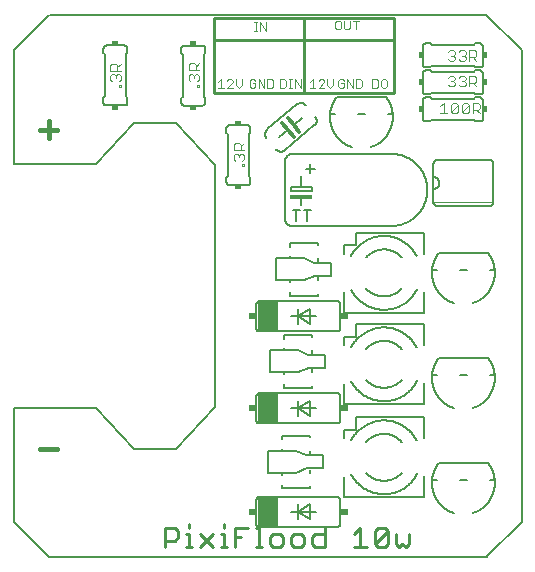
<source format=gto>
G75*
%MOIN*%
%OFA0B0*%
%FSLAX25Y25*%
%IPPOS*%
%LPD*%
%AMOC8*
5,1,8,0,0,1.08239X$1,22.5*
%
%ADD10C,0.00300*%
%ADD11C,0.01100*%
%ADD12C,0.00500*%
%ADD13C,0.00600*%
%ADD14R,0.07000X0.10000*%
%ADD15R,0.02500X0.02000*%
%ADD16R,0.02000X0.01500*%
%ADD17C,0.00400*%
%ADD18R,0.07400X0.01700*%
%ADD19C,0.00800*%
%ADD20C,0.01200*%
%ADD21R,0.01500X0.02000*%
%ADD22C,0.00200*%
%ADD23C,0.01000*%
%ADD24C,0.01500*%
D10*
X0073275Y0173168D02*
X0075210Y0173168D01*
X0074242Y0173168D02*
X0074242Y0176070D01*
X0073275Y0175103D01*
X0076222Y0175587D02*
X0076705Y0176070D01*
X0077673Y0176070D01*
X0078156Y0175587D01*
X0078156Y0175103D01*
X0076222Y0173168D01*
X0078156Y0173168D01*
X0079168Y0174135D02*
X0080136Y0173168D01*
X0081103Y0174135D01*
X0081103Y0176070D01*
X0079168Y0176070D02*
X0079168Y0174135D01*
X0083775Y0173652D02*
X0084259Y0173168D01*
X0085226Y0173168D01*
X0085710Y0173652D01*
X0085710Y0174619D01*
X0084742Y0174619D01*
X0083775Y0173652D02*
X0083775Y0175587D01*
X0084259Y0176070D01*
X0085226Y0176070D01*
X0085710Y0175587D01*
X0086722Y0176070D02*
X0086722Y0173168D01*
X0088656Y0173168D02*
X0088656Y0176070D01*
X0089668Y0176070D02*
X0091119Y0176070D01*
X0091603Y0175587D01*
X0091603Y0173652D01*
X0091119Y0173168D01*
X0089668Y0173168D01*
X0089668Y0176070D01*
X0086722Y0176070D02*
X0088656Y0173168D01*
X0093900Y0173168D02*
X0095351Y0173168D01*
X0095835Y0173652D01*
X0095835Y0175587D01*
X0095351Y0176070D01*
X0093900Y0176070D01*
X0093900Y0173168D01*
X0096847Y0173168D02*
X0097814Y0173168D01*
X0097330Y0173168D02*
X0097330Y0176070D01*
X0096847Y0176070D02*
X0097814Y0176070D01*
X0098811Y0176070D02*
X0100746Y0173168D01*
X0100746Y0176070D01*
X0098811Y0176070D02*
X0098811Y0173168D01*
X0103775Y0173168D02*
X0105710Y0173168D01*
X0104742Y0173168D02*
X0104742Y0176070D01*
X0103775Y0175103D01*
X0106722Y0175587D02*
X0107205Y0176070D01*
X0108173Y0176070D01*
X0108656Y0175587D01*
X0108656Y0175103D01*
X0106722Y0173168D01*
X0108656Y0173168D01*
X0109668Y0174135D02*
X0110636Y0173168D01*
X0111603Y0174135D01*
X0111603Y0176070D01*
X0113275Y0175587D02*
X0113275Y0173652D01*
X0113759Y0173168D01*
X0114726Y0173168D01*
X0115210Y0173652D01*
X0115210Y0174619D01*
X0114242Y0174619D01*
X0113275Y0175587D02*
X0113759Y0176070D01*
X0114726Y0176070D01*
X0115210Y0175587D01*
X0116222Y0176070D02*
X0116222Y0173168D01*
X0118156Y0173168D02*
X0118156Y0176070D01*
X0119168Y0176070D02*
X0120619Y0176070D01*
X0121103Y0175587D01*
X0121103Y0173652D01*
X0120619Y0173168D01*
X0119168Y0173168D01*
X0119168Y0176070D01*
X0116222Y0176070D02*
X0118156Y0173168D01*
X0124650Y0173168D02*
X0126101Y0173168D01*
X0126585Y0173652D01*
X0126585Y0175587D01*
X0126101Y0176070D01*
X0124650Y0176070D01*
X0124650Y0173168D01*
X0127597Y0173652D02*
X0128080Y0173168D01*
X0129048Y0173168D01*
X0129531Y0173652D01*
X0129531Y0175587D01*
X0129048Y0176070D01*
X0128080Y0176070D01*
X0127597Y0175587D01*
X0127597Y0173652D01*
X0109668Y0174135D02*
X0109668Y0176070D01*
X0112759Y0192668D02*
X0113726Y0192668D01*
X0114210Y0193152D01*
X0114210Y0195087D01*
X0113726Y0195570D01*
X0112759Y0195570D01*
X0112275Y0195087D01*
X0112275Y0193152D01*
X0112759Y0192668D01*
X0115222Y0193152D02*
X0115222Y0195570D01*
X0117156Y0195570D02*
X0117156Y0193152D01*
X0116673Y0192668D01*
X0115705Y0192668D01*
X0115222Y0193152D01*
X0118168Y0195570D02*
X0120103Y0195570D01*
X0119136Y0195570D02*
X0119136Y0192668D01*
X0089174Y0192168D02*
X0089174Y0195070D01*
X0087239Y0195070D02*
X0087239Y0192168D01*
X0086242Y0192168D02*
X0085275Y0192168D01*
X0085759Y0192168D02*
X0085759Y0195070D01*
X0086242Y0195070D02*
X0085275Y0195070D01*
X0087239Y0195070D02*
X0089174Y0192168D01*
D11*
X0075296Y0027658D02*
X0075296Y0026573D01*
X0075296Y0024405D02*
X0075296Y0020068D01*
X0076380Y0020068D02*
X0074211Y0020068D01*
X0071550Y0020068D02*
X0067213Y0024405D01*
X0063632Y0024405D02*
X0063632Y0020068D01*
X0062548Y0020068D02*
X0064716Y0020068D01*
X0067213Y0020068D02*
X0071550Y0024405D01*
X0074211Y0024405D02*
X0075296Y0024405D01*
X0078877Y0023321D02*
X0081045Y0023321D01*
X0078877Y0026573D02*
X0078877Y0020068D01*
X0078877Y0026573D02*
X0083214Y0026573D01*
X0085875Y0026573D02*
X0086959Y0026573D01*
X0086959Y0020068D01*
X0085875Y0020068D02*
X0088043Y0020068D01*
X0090540Y0021152D02*
X0090540Y0023321D01*
X0091624Y0024405D01*
X0093793Y0024405D01*
X0094877Y0023321D01*
X0094877Y0021152D01*
X0093793Y0020068D01*
X0091624Y0020068D01*
X0090540Y0021152D01*
X0097538Y0021152D02*
X0098622Y0020068D01*
X0100791Y0020068D01*
X0101875Y0021152D01*
X0101875Y0023321D01*
X0100791Y0024405D01*
X0098622Y0024405D01*
X0097538Y0023321D01*
X0097538Y0021152D01*
X0104536Y0021152D02*
X0104536Y0023321D01*
X0105620Y0024405D01*
X0108873Y0024405D01*
X0108873Y0026573D02*
X0108873Y0020068D01*
X0105620Y0020068D01*
X0104536Y0021152D01*
X0118532Y0020068D02*
X0122869Y0020068D01*
X0120700Y0020068D02*
X0120700Y0026573D01*
X0118532Y0024405D01*
X0125530Y0025489D02*
X0125530Y0021152D01*
X0129867Y0025489D01*
X0129867Y0021152D01*
X0128782Y0020068D01*
X0126614Y0020068D01*
X0125530Y0021152D01*
X0125530Y0025489D02*
X0126614Y0026573D01*
X0128782Y0026573D01*
X0129867Y0025489D01*
X0132528Y0024405D02*
X0132528Y0021152D01*
X0133612Y0020068D01*
X0134696Y0021152D01*
X0135780Y0020068D01*
X0136865Y0021152D01*
X0136865Y0024405D01*
X0063632Y0024405D02*
X0062548Y0024405D01*
X0063632Y0026573D02*
X0063632Y0027658D01*
X0059887Y0025489D02*
X0059887Y0023321D01*
X0058803Y0022236D01*
X0055550Y0022236D01*
X0055550Y0020068D02*
X0055550Y0026573D01*
X0058803Y0026573D01*
X0059887Y0025489D01*
D12*
X0089978Y0044887D02*
X0089978Y0052087D01*
X0099378Y0052087D01*
X0102578Y0050687D01*
X0108378Y0050687D01*
X0108378Y0046287D01*
X0102778Y0046287D01*
X0099378Y0044887D01*
X0089978Y0044887D01*
X0094577Y0044537D02*
X0094577Y0044218D01*
X0094577Y0040937D02*
X0094577Y0039718D01*
X0104026Y0039718D01*
X0104026Y0040337D01*
X0104026Y0044818D02*
X0104026Y0045737D01*
X0104026Y0051218D02*
X0104026Y0052137D01*
X0104026Y0056618D02*
X0104026Y0057237D01*
X0094577Y0057237D01*
X0094577Y0056018D01*
X0094577Y0052837D02*
X0094577Y0052518D01*
X0095217Y0073265D02*
X0095217Y0074485D01*
X0095217Y0073265D02*
X0104665Y0073265D01*
X0104665Y0073885D01*
X0104665Y0078365D02*
X0104665Y0079285D01*
X0103418Y0079835D02*
X0100018Y0078435D01*
X0090618Y0078435D01*
X0090618Y0085635D01*
X0100018Y0085635D01*
X0103218Y0084235D01*
X0109018Y0084235D01*
X0109018Y0079835D01*
X0103418Y0079835D01*
X0104665Y0084765D02*
X0104665Y0085685D01*
X0104665Y0090165D02*
X0104665Y0090785D01*
X0095217Y0090785D01*
X0095217Y0089565D01*
X0095217Y0086385D02*
X0095217Y0086065D01*
X0095217Y0078085D02*
X0095217Y0077765D01*
X0097198Y0103941D02*
X0097198Y0105161D01*
X0097198Y0103941D02*
X0106647Y0103941D01*
X0106647Y0104561D01*
X0106647Y0109041D02*
X0106647Y0109961D01*
X0105399Y0110511D02*
X0101999Y0109111D01*
X0092599Y0109111D01*
X0092599Y0116311D01*
X0101999Y0116311D01*
X0105199Y0114911D01*
X0110999Y0114911D01*
X0110999Y0110511D01*
X0105399Y0110511D01*
X0106647Y0115441D02*
X0106647Y0116361D01*
X0106647Y0120841D02*
X0106647Y0121461D01*
X0097198Y0121461D01*
X0097198Y0120241D01*
X0097198Y0117061D02*
X0097198Y0116741D01*
X0097198Y0108761D02*
X0097198Y0108441D01*
X0099377Y0128902D02*
X0099377Y0132305D01*
X0098243Y0132305D02*
X0100512Y0132305D01*
X0101834Y0132305D02*
X0104103Y0132305D01*
X0102968Y0132305D02*
X0102968Y0128902D01*
X0122492Y0106415D02*
X0122622Y0106271D01*
X0122756Y0106130D01*
X0122892Y0105993D01*
X0123033Y0105859D01*
X0123176Y0105728D01*
X0123322Y0105601D01*
X0123472Y0105477D01*
X0123624Y0105357D01*
X0123780Y0105241D01*
X0123938Y0105129D01*
X0124098Y0105020D01*
X0124262Y0104916D01*
X0124428Y0104815D01*
X0124596Y0104718D01*
X0124766Y0104626D01*
X0124939Y0104538D01*
X0125114Y0104454D01*
X0125291Y0104374D01*
X0125469Y0104298D01*
X0125650Y0104227D01*
X0125832Y0104160D01*
X0126016Y0104098D01*
X0126201Y0104040D01*
X0126387Y0103987D01*
X0126575Y0103938D01*
X0126764Y0103894D01*
X0126954Y0103854D01*
X0127144Y0103819D01*
X0127336Y0103788D01*
X0127528Y0103763D01*
X0127721Y0103742D01*
X0127914Y0103725D01*
X0128108Y0103713D01*
X0128302Y0103706D01*
X0128496Y0103704D01*
X0128690Y0103706D01*
X0128883Y0103713D01*
X0129077Y0103725D01*
X0129270Y0103742D01*
X0129463Y0103763D01*
X0129655Y0103789D01*
X0129847Y0103819D01*
X0130038Y0103854D01*
X0130228Y0103894D01*
X0130416Y0103938D01*
X0130604Y0103987D01*
X0130791Y0104040D01*
X0130976Y0104098D01*
X0131159Y0104161D01*
X0131342Y0104227D01*
X0131522Y0104299D01*
X0131701Y0104374D01*
X0131877Y0104454D01*
X0132052Y0104538D01*
X0132225Y0104627D01*
X0132395Y0104719D01*
X0132564Y0104816D01*
X0132729Y0104916D01*
X0132893Y0105021D01*
X0133053Y0105130D01*
X0133211Y0105242D01*
X0133367Y0105358D01*
X0133519Y0105478D01*
X0133669Y0105602D01*
X0133815Y0105729D01*
X0133958Y0105860D01*
X0134098Y0105994D01*
X0134235Y0106131D01*
X0134369Y0106272D01*
X0134499Y0106416D01*
X0134508Y0116621D02*
X0134378Y0116765D01*
X0134244Y0116906D01*
X0134108Y0117043D01*
X0133967Y0117177D01*
X0133824Y0117308D01*
X0133678Y0117435D01*
X0133528Y0117559D01*
X0133376Y0117679D01*
X0133220Y0117795D01*
X0133062Y0117907D01*
X0132902Y0118016D01*
X0132738Y0118120D01*
X0132572Y0118221D01*
X0132404Y0118318D01*
X0132234Y0118410D01*
X0132061Y0118498D01*
X0131886Y0118582D01*
X0131709Y0118662D01*
X0131531Y0118738D01*
X0131350Y0118809D01*
X0131168Y0118876D01*
X0130984Y0118938D01*
X0130799Y0118996D01*
X0130613Y0119049D01*
X0130425Y0119098D01*
X0130236Y0119142D01*
X0130046Y0119182D01*
X0129856Y0119217D01*
X0129664Y0119248D01*
X0129472Y0119273D01*
X0129279Y0119294D01*
X0129086Y0119311D01*
X0128892Y0119323D01*
X0128698Y0119330D01*
X0128504Y0119332D01*
X0128310Y0119330D01*
X0128117Y0119323D01*
X0127923Y0119311D01*
X0127730Y0119294D01*
X0127537Y0119273D01*
X0127345Y0119247D01*
X0127153Y0119217D01*
X0126962Y0119182D01*
X0126772Y0119142D01*
X0126584Y0119098D01*
X0126396Y0119049D01*
X0126209Y0118996D01*
X0126024Y0118938D01*
X0125841Y0118875D01*
X0125658Y0118809D01*
X0125478Y0118737D01*
X0125299Y0118662D01*
X0125123Y0118582D01*
X0124948Y0118498D01*
X0124775Y0118409D01*
X0124605Y0118317D01*
X0124436Y0118220D01*
X0124271Y0118120D01*
X0124107Y0118015D01*
X0123947Y0117906D01*
X0123789Y0117794D01*
X0123633Y0117678D01*
X0123481Y0117558D01*
X0123331Y0117434D01*
X0123185Y0117307D01*
X0123042Y0117176D01*
X0122902Y0117042D01*
X0122765Y0116905D01*
X0122631Y0116764D01*
X0122501Y0116620D01*
X0144548Y0112518D02*
X0146127Y0112518D01*
X0146754Y0118018D02*
X0163246Y0118018D01*
X0163873Y0112518D02*
X0165452Y0112518D01*
X0156127Y0112518D02*
X0153873Y0112518D01*
X0163246Y0118018D02*
X0163399Y0117819D01*
X0163547Y0117617D01*
X0163690Y0117412D01*
X0163828Y0117203D01*
X0163961Y0116991D01*
X0164089Y0116776D01*
X0164211Y0116558D01*
X0164329Y0116337D01*
X0164441Y0116113D01*
X0164548Y0115887D01*
X0164649Y0115658D01*
X0164745Y0115427D01*
X0164836Y0115193D01*
X0164921Y0114958D01*
X0165000Y0114720D01*
X0165073Y0114481D01*
X0165141Y0114240D01*
X0165203Y0113998D01*
X0165259Y0113754D01*
X0165310Y0113508D01*
X0165354Y0113262D01*
X0165393Y0113015D01*
X0165425Y0112767D01*
X0165452Y0112518D01*
X0165474Y0112263D01*
X0165489Y0112007D01*
X0165497Y0111751D01*
X0165500Y0111494D01*
X0165496Y0111238D01*
X0165486Y0110982D01*
X0165470Y0110726D01*
X0165448Y0110471D01*
X0165419Y0110216D01*
X0165384Y0109962D01*
X0165343Y0109709D01*
X0165296Y0109457D01*
X0165242Y0109207D01*
X0165183Y0108958D01*
X0165117Y0108710D01*
X0165046Y0108464D01*
X0164968Y0108219D01*
X0164885Y0107977D01*
X0164796Y0107737D01*
X0164700Y0107499D01*
X0164599Y0107263D01*
X0164493Y0107030D01*
X0164380Y0106800D01*
X0164262Y0106572D01*
X0164139Y0106348D01*
X0164010Y0106126D01*
X0163876Y0105908D01*
X0163736Y0105693D01*
X0163591Y0105482D01*
X0163441Y0105274D01*
X0163287Y0105070D01*
X0163127Y0104869D01*
X0162962Y0104673D01*
X0162793Y0104481D01*
X0162618Y0104292D01*
X0162440Y0104109D01*
X0162257Y0103929D01*
X0162069Y0103754D01*
X0161878Y0103584D01*
X0161682Y0103419D01*
X0161482Y0103258D01*
X0161279Y0103102D01*
X0161072Y0102952D01*
X0160861Y0102806D01*
X0160646Y0102665D01*
X0160429Y0102530D01*
X0160208Y0102400D01*
X0159984Y0102276D01*
X0159757Y0102157D01*
X0159527Y0102044D01*
X0159294Y0101936D01*
X0159059Y0101834D01*
X0158821Y0101738D01*
X0158582Y0101648D01*
X0158340Y0101563D01*
X0158096Y0101485D01*
X0151904Y0101485D02*
X0151662Y0101563D01*
X0151422Y0101647D01*
X0151184Y0101736D01*
X0150948Y0101831D01*
X0150714Y0101933D01*
X0150483Y0102039D01*
X0150255Y0102152D01*
X0150029Y0102269D01*
X0149806Y0102392D01*
X0149587Y0102521D01*
X0149370Y0102655D01*
X0149157Y0102794D01*
X0148947Y0102938D01*
X0148741Y0103087D01*
X0148539Y0103241D01*
X0148340Y0103400D01*
X0148145Y0103564D01*
X0147954Y0103733D01*
X0147768Y0103906D01*
X0147585Y0104083D01*
X0147407Y0104265D01*
X0147234Y0104451D01*
X0147065Y0104642D01*
X0146901Y0104836D01*
X0146741Y0105034D01*
X0146586Y0105236D01*
X0146437Y0105442D01*
X0146292Y0105651D01*
X0146152Y0105864D01*
X0146018Y0106080D01*
X0145889Y0106300D01*
X0145765Y0106522D01*
X0145646Y0106747D01*
X0145534Y0106975D01*
X0145426Y0107206D01*
X0145325Y0107439D01*
X0145229Y0107675D01*
X0145138Y0107913D01*
X0145054Y0108153D01*
X0144975Y0108395D01*
X0144902Y0108639D01*
X0144836Y0108885D01*
X0144775Y0109132D01*
X0144720Y0109380D01*
X0144671Y0109630D01*
X0144628Y0109881D01*
X0144592Y0110133D01*
X0144561Y0110385D01*
X0144537Y0110639D01*
X0144519Y0110892D01*
X0144507Y0111147D01*
X0144501Y0111401D01*
X0144501Y0111656D01*
X0144507Y0111910D01*
X0144520Y0112164D01*
X0144539Y0112418D01*
X0144564Y0112671D01*
X0144595Y0112924D01*
X0144632Y0113176D01*
X0144675Y0113426D01*
X0144724Y0113676D01*
X0144780Y0113925D01*
X0144841Y0114172D01*
X0144908Y0114417D01*
X0144981Y0114661D01*
X0145060Y0114903D01*
X0145145Y0115142D01*
X0145236Y0115380D01*
X0145333Y0115616D01*
X0145435Y0115849D01*
X0145543Y0116079D01*
X0145656Y0116307D01*
X0145775Y0116532D01*
X0145899Y0116754D01*
X0146029Y0116973D01*
X0146163Y0117189D01*
X0146303Y0117402D01*
X0146449Y0117611D01*
X0146599Y0117816D01*
X0146754Y0118018D01*
X0146754Y0083018D02*
X0163246Y0083018D01*
X0163873Y0077518D02*
X0165452Y0077518D01*
X0156127Y0077518D02*
X0153873Y0077518D01*
X0163246Y0083018D02*
X0163399Y0082819D01*
X0163547Y0082617D01*
X0163690Y0082412D01*
X0163828Y0082203D01*
X0163961Y0081991D01*
X0164089Y0081776D01*
X0164211Y0081558D01*
X0164329Y0081337D01*
X0164441Y0081113D01*
X0164548Y0080887D01*
X0164649Y0080658D01*
X0164745Y0080427D01*
X0164836Y0080193D01*
X0164921Y0079958D01*
X0165000Y0079720D01*
X0165073Y0079481D01*
X0165141Y0079240D01*
X0165203Y0078998D01*
X0165259Y0078754D01*
X0165310Y0078508D01*
X0165354Y0078262D01*
X0165393Y0078015D01*
X0165425Y0077767D01*
X0165452Y0077518D01*
X0165474Y0077263D01*
X0165489Y0077007D01*
X0165497Y0076751D01*
X0165500Y0076494D01*
X0165496Y0076238D01*
X0165486Y0075982D01*
X0165470Y0075726D01*
X0165448Y0075471D01*
X0165419Y0075216D01*
X0165384Y0074962D01*
X0165343Y0074709D01*
X0165296Y0074457D01*
X0165242Y0074207D01*
X0165183Y0073958D01*
X0165117Y0073710D01*
X0165046Y0073464D01*
X0164968Y0073219D01*
X0164885Y0072977D01*
X0164796Y0072737D01*
X0164700Y0072499D01*
X0164599Y0072263D01*
X0164493Y0072030D01*
X0164380Y0071800D01*
X0164262Y0071572D01*
X0164139Y0071348D01*
X0164010Y0071126D01*
X0163876Y0070908D01*
X0163736Y0070693D01*
X0163591Y0070482D01*
X0163441Y0070274D01*
X0163287Y0070070D01*
X0163127Y0069869D01*
X0162962Y0069673D01*
X0162793Y0069481D01*
X0162618Y0069292D01*
X0162440Y0069109D01*
X0162257Y0068929D01*
X0162069Y0068754D01*
X0161878Y0068584D01*
X0161682Y0068419D01*
X0161482Y0068258D01*
X0161279Y0068102D01*
X0161072Y0067952D01*
X0160861Y0067806D01*
X0160646Y0067665D01*
X0160429Y0067530D01*
X0160208Y0067400D01*
X0159984Y0067276D01*
X0159757Y0067157D01*
X0159527Y0067044D01*
X0159294Y0066936D01*
X0159059Y0066834D01*
X0158821Y0066738D01*
X0158582Y0066648D01*
X0158340Y0066563D01*
X0158096Y0066485D01*
X0151904Y0066485D02*
X0151662Y0066563D01*
X0151422Y0066647D01*
X0151184Y0066736D01*
X0150948Y0066831D01*
X0150714Y0066933D01*
X0150483Y0067039D01*
X0150255Y0067152D01*
X0150029Y0067269D01*
X0149806Y0067392D01*
X0149587Y0067521D01*
X0149370Y0067655D01*
X0149157Y0067794D01*
X0148947Y0067938D01*
X0148741Y0068087D01*
X0148539Y0068241D01*
X0148340Y0068400D01*
X0148145Y0068564D01*
X0147954Y0068733D01*
X0147768Y0068906D01*
X0147585Y0069083D01*
X0147407Y0069265D01*
X0147234Y0069451D01*
X0147065Y0069642D01*
X0146901Y0069836D01*
X0146741Y0070034D01*
X0146586Y0070236D01*
X0146437Y0070442D01*
X0146292Y0070651D01*
X0146152Y0070864D01*
X0146018Y0071080D01*
X0145889Y0071300D01*
X0145765Y0071522D01*
X0145646Y0071747D01*
X0145534Y0071975D01*
X0145426Y0072206D01*
X0145325Y0072439D01*
X0145229Y0072675D01*
X0145138Y0072913D01*
X0145054Y0073153D01*
X0144975Y0073395D01*
X0144902Y0073639D01*
X0144836Y0073885D01*
X0144775Y0074132D01*
X0144720Y0074380D01*
X0144671Y0074630D01*
X0144628Y0074881D01*
X0144592Y0075133D01*
X0144561Y0075385D01*
X0144537Y0075639D01*
X0144519Y0075892D01*
X0144507Y0076147D01*
X0144501Y0076401D01*
X0144501Y0076656D01*
X0144507Y0076910D01*
X0144520Y0077164D01*
X0144539Y0077418D01*
X0144564Y0077671D01*
X0144595Y0077924D01*
X0144632Y0078176D01*
X0144675Y0078426D01*
X0144724Y0078676D01*
X0144780Y0078925D01*
X0144841Y0079172D01*
X0144908Y0079417D01*
X0144981Y0079661D01*
X0145060Y0079903D01*
X0145145Y0080142D01*
X0145236Y0080380D01*
X0145333Y0080616D01*
X0145435Y0080849D01*
X0145543Y0081079D01*
X0145656Y0081307D01*
X0145775Y0081532D01*
X0145899Y0081754D01*
X0146029Y0081973D01*
X0146163Y0082189D01*
X0146303Y0082402D01*
X0146449Y0082611D01*
X0146599Y0082816D01*
X0146754Y0083018D01*
X0146127Y0077518D02*
X0144548Y0077518D01*
X0134508Y0086121D02*
X0134378Y0086265D01*
X0134244Y0086406D01*
X0134108Y0086543D01*
X0133967Y0086677D01*
X0133824Y0086808D01*
X0133678Y0086935D01*
X0133528Y0087059D01*
X0133376Y0087179D01*
X0133220Y0087295D01*
X0133062Y0087407D01*
X0132902Y0087516D01*
X0132738Y0087620D01*
X0132572Y0087721D01*
X0132404Y0087818D01*
X0132234Y0087910D01*
X0132061Y0087998D01*
X0131886Y0088082D01*
X0131709Y0088162D01*
X0131531Y0088238D01*
X0131350Y0088309D01*
X0131168Y0088376D01*
X0130984Y0088438D01*
X0130799Y0088496D01*
X0130613Y0088549D01*
X0130425Y0088598D01*
X0130236Y0088642D01*
X0130046Y0088682D01*
X0129856Y0088717D01*
X0129664Y0088748D01*
X0129472Y0088773D01*
X0129279Y0088794D01*
X0129086Y0088811D01*
X0128892Y0088823D01*
X0128698Y0088830D01*
X0128504Y0088832D01*
X0128310Y0088830D01*
X0128117Y0088823D01*
X0127923Y0088811D01*
X0127730Y0088794D01*
X0127537Y0088773D01*
X0127345Y0088747D01*
X0127153Y0088717D01*
X0126962Y0088682D01*
X0126772Y0088642D01*
X0126584Y0088598D01*
X0126396Y0088549D01*
X0126209Y0088496D01*
X0126024Y0088438D01*
X0125841Y0088375D01*
X0125658Y0088309D01*
X0125478Y0088237D01*
X0125299Y0088162D01*
X0125123Y0088082D01*
X0124948Y0087998D01*
X0124775Y0087909D01*
X0124605Y0087817D01*
X0124436Y0087720D01*
X0124271Y0087620D01*
X0124107Y0087515D01*
X0123947Y0087406D01*
X0123789Y0087294D01*
X0123633Y0087178D01*
X0123481Y0087058D01*
X0123331Y0086934D01*
X0123185Y0086807D01*
X0123042Y0086676D01*
X0122902Y0086542D01*
X0122765Y0086405D01*
X0122631Y0086264D01*
X0122501Y0086120D01*
X0122492Y0075915D02*
X0122622Y0075771D01*
X0122756Y0075630D01*
X0122892Y0075493D01*
X0123033Y0075359D01*
X0123176Y0075228D01*
X0123322Y0075101D01*
X0123472Y0074977D01*
X0123624Y0074857D01*
X0123780Y0074741D01*
X0123938Y0074629D01*
X0124098Y0074520D01*
X0124262Y0074416D01*
X0124428Y0074315D01*
X0124596Y0074218D01*
X0124766Y0074126D01*
X0124939Y0074038D01*
X0125114Y0073954D01*
X0125291Y0073874D01*
X0125469Y0073798D01*
X0125650Y0073727D01*
X0125832Y0073660D01*
X0126016Y0073598D01*
X0126201Y0073540D01*
X0126387Y0073487D01*
X0126575Y0073438D01*
X0126764Y0073394D01*
X0126954Y0073354D01*
X0127144Y0073319D01*
X0127336Y0073288D01*
X0127528Y0073263D01*
X0127721Y0073242D01*
X0127914Y0073225D01*
X0128108Y0073213D01*
X0128302Y0073206D01*
X0128496Y0073204D01*
X0128690Y0073206D01*
X0128883Y0073213D01*
X0129077Y0073225D01*
X0129270Y0073242D01*
X0129463Y0073263D01*
X0129655Y0073289D01*
X0129847Y0073319D01*
X0130038Y0073354D01*
X0130228Y0073394D01*
X0130416Y0073438D01*
X0130604Y0073487D01*
X0130791Y0073540D01*
X0130976Y0073598D01*
X0131159Y0073661D01*
X0131342Y0073727D01*
X0131522Y0073799D01*
X0131701Y0073874D01*
X0131877Y0073954D01*
X0132052Y0074038D01*
X0132225Y0074127D01*
X0132395Y0074219D01*
X0132564Y0074316D01*
X0132729Y0074416D01*
X0132893Y0074521D01*
X0133053Y0074630D01*
X0133211Y0074742D01*
X0133367Y0074858D01*
X0133519Y0074978D01*
X0133669Y0075102D01*
X0133815Y0075229D01*
X0133958Y0075360D01*
X0134098Y0075494D01*
X0134235Y0075631D01*
X0134369Y0075772D01*
X0134499Y0075916D01*
X0134499Y0044916D02*
X0134369Y0044772D01*
X0134235Y0044631D01*
X0134098Y0044494D01*
X0133958Y0044360D01*
X0133815Y0044229D01*
X0133669Y0044102D01*
X0133519Y0043978D01*
X0133367Y0043858D01*
X0133211Y0043742D01*
X0133053Y0043630D01*
X0132893Y0043521D01*
X0132729Y0043416D01*
X0132564Y0043316D01*
X0132395Y0043219D01*
X0132225Y0043127D01*
X0132052Y0043038D01*
X0131877Y0042954D01*
X0131701Y0042874D01*
X0131522Y0042799D01*
X0131342Y0042727D01*
X0131159Y0042661D01*
X0130976Y0042598D01*
X0130791Y0042540D01*
X0130604Y0042487D01*
X0130416Y0042438D01*
X0130228Y0042394D01*
X0130038Y0042354D01*
X0129847Y0042319D01*
X0129655Y0042289D01*
X0129463Y0042263D01*
X0129270Y0042242D01*
X0129077Y0042225D01*
X0128883Y0042213D01*
X0128690Y0042206D01*
X0128496Y0042204D01*
X0128302Y0042206D01*
X0128108Y0042213D01*
X0127914Y0042225D01*
X0127721Y0042242D01*
X0127528Y0042263D01*
X0127336Y0042288D01*
X0127144Y0042319D01*
X0126954Y0042354D01*
X0126764Y0042394D01*
X0126575Y0042438D01*
X0126387Y0042487D01*
X0126201Y0042540D01*
X0126016Y0042598D01*
X0125832Y0042660D01*
X0125650Y0042727D01*
X0125469Y0042798D01*
X0125291Y0042874D01*
X0125114Y0042954D01*
X0124939Y0043038D01*
X0124766Y0043126D01*
X0124596Y0043218D01*
X0124428Y0043315D01*
X0124262Y0043416D01*
X0124098Y0043520D01*
X0123938Y0043629D01*
X0123780Y0043741D01*
X0123624Y0043857D01*
X0123472Y0043977D01*
X0123322Y0044101D01*
X0123176Y0044228D01*
X0123033Y0044359D01*
X0122892Y0044493D01*
X0122756Y0044630D01*
X0122622Y0044771D01*
X0122492Y0044915D01*
X0122501Y0055120D02*
X0122631Y0055264D01*
X0122765Y0055405D01*
X0122902Y0055542D01*
X0123042Y0055676D01*
X0123185Y0055807D01*
X0123331Y0055934D01*
X0123481Y0056058D01*
X0123633Y0056178D01*
X0123789Y0056294D01*
X0123947Y0056406D01*
X0124107Y0056515D01*
X0124271Y0056620D01*
X0124436Y0056720D01*
X0124605Y0056817D01*
X0124775Y0056909D01*
X0124948Y0056998D01*
X0125123Y0057082D01*
X0125299Y0057162D01*
X0125478Y0057237D01*
X0125658Y0057309D01*
X0125841Y0057375D01*
X0126024Y0057438D01*
X0126209Y0057496D01*
X0126396Y0057549D01*
X0126584Y0057598D01*
X0126772Y0057642D01*
X0126962Y0057682D01*
X0127153Y0057717D01*
X0127345Y0057747D01*
X0127537Y0057773D01*
X0127730Y0057794D01*
X0127923Y0057811D01*
X0128117Y0057823D01*
X0128310Y0057830D01*
X0128504Y0057832D01*
X0128698Y0057830D01*
X0128892Y0057823D01*
X0129086Y0057811D01*
X0129279Y0057794D01*
X0129472Y0057773D01*
X0129664Y0057748D01*
X0129856Y0057717D01*
X0130046Y0057682D01*
X0130236Y0057642D01*
X0130425Y0057598D01*
X0130613Y0057549D01*
X0130799Y0057496D01*
X0130984Y0057438D01*
X0131168Y0057376D01*
X0131350Y0057309D01*
X0131531Y0057238D01*
X0131709Y0057162D01*
X0131886Y0057082D01*
X0132061Y0056998D01*
X0132234Y0056910D01*
X0132404Y0056818D01*
X0132572Y0056721D01*
X0132738Y0056620D01*
X0132902Y0056516D01*
X0133062Y0056407D01*
X0133220Y0056295D01*
X0133376Y0056179D01*
X0133528Y0056059D01*
X0133678Y0055935D01*
X0133824Y0055808D01*
X0133967Y0055677D01*
X0134108Y0055543D01*
X0134244Y0055406D01*
X0134378Y0055265D01*
X0134508Y0055121D01*
X0146754Y0048018D02*
X0163246Y0048018D01*
X0163873Y0042518D02*
X0165452Y0042518D01*
X0156127Y0042518D02*
X0153873Y0042518D01*
X0163246Y0048018D02*
X0163399Y0047819D01*
X0163547Y0047617D01*
X0163690Y0047412D01*
X0163828Y0047203D01*
X0163961Y0046991D01*
X0164089Y0046776D01*
X0164211Y0046558D01*
X0164329Y0046337D01*
X0164441Y0046113D01*
X0164548Y0045887D01*
X0164649Y0045658D01*
X0164745Y0045427D01*
X0164836Y0045193D01*
X0164921Y0044958D01*
X0165000Y0044720D01*
X0165073Y0044481D01*
X0165141Y0044240D01*
X0165203Y0043998D01*
X0165259Y0043754D01*
X0165310Y0043508D01*
X0165354Y0043262D01*
X0165393Y0043015D01*
X0165425Y0042767D01*
X0165452Y0042518D01*
X0165474Y0042263D01*
X0165489Y0042007D01*
X0165497Y0041751D01*
X0165500Y0041494D01*
X0165496Y0041238D01*
X0165486Y0040982D01*
X0165470Y0040726D01*
X0165448Y0040471D01*
X0165419Y0040216D01*
X0165384Y0039962D01*
X0165343Y0039709D01*
X0165296Y0039457D01*
X0165242Y0039207D01*
X0165183Y0038958D01*
X0165117Y0038710D01*
X0165046Y0038464D01*
X0164968Y0038219D01*
X0164885Y0037977D01*
X0164796Y0037737D01*
X0164700Y0037499D01*
X0164599Y0037263D01*
X0164493Y0037030D01*
X0164380Y0036800D01*
X0164262Y0036572D01*
X0164139Y0036348D01*
X0164010Y0036126D01*
X0163876Y0035908D01*
X0163736Y0035693D01*
X0163591Y0035482D01*
X0163441Y0035274D01*
X0163287Y0035070D01*
X0163127Y0034869D01*
X0162962Y0034673D01*
X0162793Y0034481D01*
X0162618Y0034292D01*
X0162440Y0034109D01*
X0162257Y0033929D01*
X0162069Y0033754D01*
X0161878Y0033584D01*
X0161682Y0033419D01*
X0161482Y0033258D01*
X0161279Y0033102D01*
X0161072Y0032952D01*
X0160861Y0032806D01*
X0160646Y0032665D01*
X0160429Y0032530D01*
X0160208Y0032400D01*
X0159984Y0032276D01*
X0159757Y0032157D01*
X0159527Y0032044D01*
X0159294Y0031936D01*
X0159059Y0031834D01*
X0158821Y0031738D01*
X0158582Y0031648D01*
X0158340Y0031563D01*
X0158096Y0031485D01*
X0151904Y0031485D02*
X0151662Y0031563D01*
X0151422Y0031647D01*
X0151184Y0031736D01*
X0150948Y0031831D01*
X0150714Y0031933D01*
X0150483Y0032039D01*
X0150255Y0032152D01*
X0150029Y0032269D01*
X0149806Y0032392D01*
X0149587Y0032521D01*
X0149370Y0032655D01*
X0149157Y0032794D01*
X0148947Y0032938D01*
X0148741Y0033087D01*
X0148539Y0033241D01*
X0148340Y0033400D01*
X0148145Y0033564D01*
X0147954Y0033733D01*
X0147768Y0033906D01*
X0147585Y0034083D01*
X0147407Y0034265D01*
X0147234Y0034451D01*
X0147065Y0034642D01*
X0146901Y0034836D01*
X0146741Y0035034D01*
X0146586Y0035236D01*
X0146437Y0035442D01*
X0146292Y0035651D01*
X0146152Y0035864D01*
X0146018Y0036080D01*
X0145889Y0036300D01*
X0145765Y0036522D01*
X0145646Y0036747D01*
X0145534Y0036975D01*
X0145426Y0037206D01*
X0145325Y0037439D01*
X0145229Y0037675D01*
X0145138Y0037913D01*
X0145054Y0038153D01*
X0144975Y0038395D01*
X0144902Y0038639D01*
X0144836Y0038885D01*
X0144775Y0039132D01*
X0144720Y0039380D01*
X0144671Y0039630D01*
X0144628Y0039881D01*
X0144592Y0040133D01*
X0144561Y0040385D01*
X0144537Y0040639D01*
X0144519Y0040892D01*
X0144507Y0041147D01*
X0144501Y0041401D01*
X0144501Y0041656D01*
X0144507Y0041910D01*
X0144520Y0042164D01*
X0144539Y0042418D01*
X0144564Y0042671D01*
X0144595Y0042924D01*
X0144632Y0043176D01*
X0144675Y0043426D01*
X0144724Y0043676D01*
X0144780Y0043925D01*
X0144841Y0044172D01*
X0144908Y0044417D01*
X0144981Y0044661D01*
X0145060Y0044903D01*
X0145145Y0045142D01*
X0145236Y0045380D01*
X0145333Y0045616D01*
X0145435Y0045849D01*
X0145543Y0046079D01*
X0145656Y0046307D01*
X0145775Y0046532D01*
X0145899Y0046754D01*
X0146029Y0046973D01*
X0146163Y0047189D01*
X0146303Y0047402D01*
X0146449Y0047611D01*
X0146599Y0047816D01*
X0146754Y0048018D01*
X0146127Y0042518D02*
X0144548Y0042518D01*
X0162726Y0016618D02*
X0017100Y0016618D01*
X0017100Y0197539D02*
X0162726Y0197539D01*
D13*
X0005100Y0028429D02*
X0016911Y0016618D01*
X0005100Y0028429D02*
X0005100Y0066518D01*
X0032600Y0066518D01*
X0045100Y0052618D01*
X0059100Y0052618D01*
X0072100Y0066618D01*
X0072100Y0147539D01*
X0059100Y0161539D01*
X0045100Y0161539D01*
X0032600Y0147639D01*
X0005100Y0147639D01*
X0005100Y0185767D01*
X0016911Y0197578D01*
X0035043Y0186311D02*
X0035043Y0184811D01*
X0035543Y0184311D01*
X0035543Y0170311D01*
X0035043Y0169811D01*
X0035043Y0168311D01*
X0035045Y0168251D01*
X0035050Y0168190D01*
X0035059Y0168131D01*
X0035072Y0168072D01*
X0035088Y0168013D01*
X0035108Y0167956D01*
X0035131Y0167901D01*
X0035158Y0167846D01*
X0035187Y0167794D01*
X0035220Y0167743D01*
X0035256Y0167694D01*
X0035294Y0167648D01*
X0035336Y0167604D01*
X0035380Y0167562D01*
X0035426Y0167524D01*
X0035475Y0167488D01*
X0035526Y0167455D01*
X0035578Y0167426D01*
X0035633Y0167399D01*
X0035688Y0167376D01*
X0035745Y0167356D01*
X0035804Y0167340D01*
X0035863Y0167327D01*
X0035922Y0167318D01*
X0035983Y0167313D01*
X0036043Y0167311D01*
X0042043Y0167311D01*
X0042103Y0167313D01*
X0042164Y0167318D01*
X0042223Y0167327D01*
X0042282Y0167340D01*
X0042341Y0167356D01*
X0042398Y0167376D01*
X0042453Y0167399D01*
X0042508Y0167426D01*
X0042560Y0167455D01*
X0042611Y0167488D01*
X0042660Y0167524D01*
X0042706Y0167562D01*
X0042750Y0167604D01*
X0042792Y0167648D01*
X0042830Y0167694D01*
X0042866Y0167743D01*
X0042899Y0167794D01*
X0042928Y0167846D01*
X0042955Y0167901D01*
X0042978Y0167956D01*
X0042998Y0168013D01*
X0043014Y0168072D01*
X0043027Y0168131D01*
X0043036Y0168190D01*
X0043041Y0168251D01*
X0043043Y0168311D01*
X0043043Y0169811D01*
X0042543Y0170311D01*
X0042543Y0184311D01*
X0043043Y0184811D01*
X0043043Y0186311D01*
X0043041Y0186371D01*
X0043036Y0186432D01*
X0043027Y0186491D01*
X0043014Y0186550D01*
X0042998Y0186609D01*
X0042978Y0186666D01*
X0042955Y0186721D01*
X0042928Y0186776D01*
X0042899Y0186828D01*
X0042866Y0186879D01*
X0042830Y0186928D01*
X0042792Y0186974D01*
X0042750Y0187018D01*
X0042706Y0187060D01*
X0042660Y0187098D01*
X0042611Y0187134D01*
X0042560Y0187167D01*
X0042508Y0187196D01*
X0042453Y0187223D01*
X0042398Y0187246D01*
X0042341Y0187266D01*
X0042282Y0187282D01*
X0042223Y0187295D01*
X0042164Y0187304D01*
X0042103Y0187309D01*
X0042043Y0187311D01*
X0036043Y0187311D01*
X0035983Y0187309D01*
X0035922Y0187304D01*
X0035863Y0187295D01*
X0035804Y0187282D01*
X0035745Y0187266D01*
X0035688Y0187246D01*
X0035633Y0187223D01*
X0035578Y0187196D01*
X0035526Y0187167D01*
X0035475Y0187134D01*
X0035426Y0187098D01*
X0035380Y0187060D01*
X0035336Y0187018D01*
X0035294Y0186974D01*
X0035256Y0186928D01*
X0035220Y0186879D01*
X0035187Y0186828D01*
X0035158Y0186776D01*
X0035131Y0186721D01*
X0035108Y0186666D01*
X0035088Y0186609D01*
X0035072Y0186550D01*
X0035059Y0186491D01*
X0035050Y0186432D01*
X0035045Y0186371D01*
X0035043Y0186311D01*
X0060993Y0186275D02*
X0060993Y0184775D01*
X0061493Y0184275D01*
X0061493Y0170275D01*
X0060993Y0169775D01*
X0060993Y0168275D01*
X0060995Y0168215D01*
X0061000Y0168154D01*
X0061009Y0168095D01*
X0061022Y0168036D01*
X0061038Y0167977D01*
X0061058Y0167920D01*
X0061081Y0167865D01*
X0061108Y0167810D01*
X0061137Y0167758D01*
X0061170Y0167707D01*
X0061206Y0167658D01*
X0061244Y0167612D01*
X0061286Y0167568D01*
X0061330Y0167526D01*
X0061376Y0167488D01*
X0061425Y0167452D01*
X0061476Y0167419D01*
X0061528Y0167390D01*
X0061583Y0167363D01*
X0061638Y0167340D01*
X0061695Y0167320D01*
X0061754Y0167304D01*
X0061813Y0167291D01*
X0061872Y0167282D01*
X0061933Y0167277D01*
X0061993Y0167275D01*
X0067993Y0167275D01*
X0068053Y0167277D01*
X0068114Y0167282D01*
X0068173Y0167291D01*
X0068232Y0167304D01*
X0068291Y0167320D01*
X0068348Y0167340D01*
X0068403Y0167363D01*
X0068458Y0167390D01*
X0068510Y0167419D01*
X0068561Y0167452D01*
X0068610Y0167488D01*
X0068656Y0167526D01*
X0068700Y0167568D01*
X0068742Y0167612D01*
X0068780Y0167658D01*
X0068816Y0167707D01*
X0068849Y0167758D01*
X0068878Y0167810D01*
X0068905Y0167865D01*
X0068928Y0167920D01*
X0068948Y0167977D01*
X0068964Y0168036D01*
X0068977Y0168095D01*
X0068986Y0168154D01*
X0068991Y0168215D01*
X0068993Y0168275D01*
X0068993Y0169775D01*
X0068493Y0170275D01*
X0068493Y0184275D01*
X0068993Y0184775D01*
X0068993Y0186275D01*
X0068991Y0186335D01*
X0068986Y0186396D01*
X0068977Y0186455D01*
X0068964Y0186514D01*
X0068948Y0186573D01*
X0068928Y0186630D01*
X0068905Y0186685D01*
X0068878Y0186740D01*
X0068849Y0186792D01*
X0068816Y0186843D01*
X0068780Y0186892D01*
X0068742Y0186938D01*
X0068700Y0186982D01*
X0068656Y0187024D01*
X0068610Y0187062D01*
X0068561Y0187098D01*
X0068510Y0187131D01*
X0068458Y0187160D01*
X0068403Y0187187D01*
X0068348Y0187210D01*
X0068291Y0187230D01*
X0068232Y0187246D01*
X0068173Y0187259D01*
X0068114Y0187268D01*
X0068053Y0187273D01*
X0067993Y0187275D01*
X0061993Y0187275D01*
X0061933Y0187273D01*
X0061872Y0187268D01*
X0061813Y0187259D01*
X0061754Y0187246D01*
X0061695Y0187230D01*
X0061638Y0187210D01*
X0061583Y0187187D01*
X0061528Y0187160D01*
X0061476Y0187131D01*
X0061425Y0187098D01*
X0061376Y0187062D01*
X0061330Y0187024D01*
X0061286Y0186982D01*
X0061244Y0186938D01*
X0061206Y0186892D01*
X0061170Y0186843D01*
X0061137Y0186792D01*
X0061108Y0186740D01*
X0061081Y0186685D01*
X0061058Y0186630D01*
X0061038Y0186573D01*
X0061022Y0186514D01*
X0061009Y0186455D01*
X0061000Y0186396D01*
X0060995Y0186335D01*
X0060993Y0186275D01*
X0077042Y0160764D02*
X0083042Y0160764D01*
X0083102Y0160762D01*
X0083163Y0160757D01*
X0083222Y0160748D01*
X0083281Y0160735D01*
X0083340Y0160719D01*
X0083397Y0160699D01*
X0083452Y0160676D01*
X0083507Y0160649D01*
X0083559Y0160620D01*
X0083610Y0160587D01*
X0083659Y0160551D01*
X0083705Y0160513D01*
X0083749Y0160471D01*
X0083791Y0160427D01*
X0083829Y0160381D01*
X0083865Y0160332D01*
X0083898Y0160281D01*
X0083927Y0160229D01*
X0083954Y0160174D01*
X0083977Y0160119D01*
X0083997Y0160062D01*
X0084013Y0160003D01*
X0084026Y0159944D01*
X0084035Y0159885D01*
X0084040Y0159824D01*
X0084042Y0159764D01*
X0084042Y0158264D01*
X0083542Y0157764D01*
X0083542Y0143764D01*
X0084042Y0143264D01*
X0084042Y0141764D01*
X0084040Y0141704D01*
X0084035Y0141643D01*
X0084026Y0141584D01*
X0084013Y0141525D01*
X0083997Y0141466D01*
X0083977Y0141409D01*
X0083954Y0141354D01*
X0083927Y0141299D01*
X0083898Y0141247D01*
X0083865Y0141196D01*
X0083829Y0141147D01*
X0083791Y0141101D01*
X0083749Y0141057D01*
X0083705Y0141015D01*
X0083659Y0140977D01*
X0083610Y0140941D01*
X0083559Y0140908D01*
X0083507Y0140879D01*
X0083452Y0140852D01*
X0083397Y0140829D01*
X0083340Y0140809D01*
X0083281Y0140793D01*
X0083222Y0140780D01*
X0083163Y0140771D01*
X0083102Y0140766D01*
X0083042Y0140764D01*
X0077042Y0140764D01*
X0076982Y0140766D01*
X0076921Y0140771D01*
X0076862Y0140780D01*
X0076803Y0140793D01*
X0076744Y0140809D01*
X0076687Y0140829D01*
X0076632Y0140852D01*
X0076577Y0140879D01*
X0076525Y0140908D01*
X0076474Y0140941D01*
X0076425Y0140977D01*
X0076379Y0141015D01*
X0076335Y0141057D01*
X0076293Y0141101D01*
X0076255Y0141147D01*
X0076219Y0141196D01*
X0076186Y0141247D01*
X0076157Y0141299D01*
X0076130Y0141354D01*
X0076107Y0141409D01*
X0076087Y0141466D01*
X0076071Y0141525D01*
X0076058Y0141584D01*
X0076049Y0141643D01*
X0076044Y0141704D01*
X0076042Y0141764D01*
X0076042Y0143264D01*
X0076542Y0143764D01*
X0076542Y0157764D01*
X0076042Y0158264D01*
X0076042Y0159764D01*
X0076044Y0159824D01*
X0076049Y0159885D01*
X0076058Y0159944D01*
X0076071Y0160003D01*
X0076087Y0160062D01*
X0076107Y0160119D01*
X0076130Y0160174D01*
X0076157Y0160229D01*
X0076186Y0160281D01*
X0076219Y0160332D01*
X0076255Y0160381D01*
X0076293Y0160427D01*
X0076335Y0160471D01*
X0076379Y0160513D01*
X0076425Y0160551D01*
X0076474Y0160587D01*
X0076525Y0160620D01*
X0076577Y0160649D01*
X0076632Y0160676D01*
X0076687Y0160699D01*
X0076744Y0160719D01*
X0076803Y0160735D01*
X0076862Y0160748D01*
X0076921Y0160757D01*
X0076982Y0160762D01*
X0077042Y0160764D01*
X0089628Y0159287D02*
X0099587Y0167643D01*
X0099586Y0167643D02*
X0099654Y0167698D01*
X0099725Y0167749D01*
X0099797Y0167798D01*
X0099872Y0167843D01*
X0099948Y0167885D01*
X0100027Y0167924D01*
X0100107Y0167959D01*
X0100188Y0167990D01*
X0100271Y0168018D01*
X0100354Y0168043D01*
X0100439Y0168064D01*
X0100525Y0168081D01*
X0100611Y0168094D01*
X0100698Y0168103D01*
X0100785Y0168109D01*
X0100872Y0168111D01*
X0100959Y0168109D01*
X0101046Y0168103D01*
X0101133Y0168094D01*
X0101219Y0168081D01*
X0101305Y0168064D01*
X0101390Y0168043D01*
X0101473Y0168018D01*
X0101556Y0167990D01*
X0101637Y0167959D01*
X0101717Y0167924D01*
X0101795Y0167885D01*
X0101872Y0167843D01*
X0101947Y0167798D01*
X0102019Y0167749D01*
X0102090Y0167698D01*
X0102158Y0167643D01*
X0102223Y0167586D01*
X0102286Y0167525D01*
X0102347Y0167462D01*
X0102404Y0167397D01*
X0101330Y0163232D02*
X0098419Y0160789D01*
X0096504Y0159182D02*
X0093670Y0156804D01*
X0092596Y0152639D02*
X0092653Y0152574D01*
X0092714Y0152511D01*
X0092777Y0152450D01*
X0092842Y0152393D01*
X0092910Y0152338D01*
X0092981Y0152287D01*
X0093053Y0152238D01*
X0093128Y0152193D01*
X0093205Y0152151D01*
X0093283Y0152112D01*
X0093363Y0152077D01*
X0093444Y0152046D01*
X0093527Y0152018D01*
X0093610Y0151993D01*
X0093695Y0151972D01*
X0093781Y0151955D01*
X0093867Y0151942D01*
X0093954Y0151933D01*
X0094041Y0151927D01*
X0094128Y0151925D01*
X0094215Y0151927D01*
X0094302Y0151933D01*
X0094389Y0151942D01*
X0094475Y0151955D01*
X0094561Y0151972D01*
X0094646Y0151993D01*
X0094729Y0152018D01*
X0094812Y0152046D01*
X0094893Y0152077D01*
X0094973Y0152112D01*
X0095052Y0152151D01*
X0095128Y0152193D01*
X0095203Y0152238D01*
X0095275Y0152287D01*
X0095346Y0152338D01*
X0095414Y0152393D01*
X0095413Y0152392D02*
X0105372Y0160749D01*
X0105437Y0160806D01*
X0105500Y0160867D01*
X0105561Y0160930D01*
X0105618Y0160995D01*
X0105673Y0161063D01*
X0105724Y0161134D01*
X0105773Y0161206D01*
X0105818Y0161281D01*
X0105860Y0161357D01*
X0105899Y0161436D01*
X0105934Y0161516D01*
X0105965Y0161597D01*
X0105993Y0161680D01*
X0106018Y0161763D01*
X0106039Y0161848D01*
X0106056Y0161934D01*
X0106069Y0162020D01*
X0106078Y0162107D01*
X0106084Y0162194D01*
X0106086Y0162281D01*
X0106084Y0162368D01*
X0106078Y0162455D01*
X0106069Y0162542D01*
X0106056Y0162628D01*
X0106039Y0162714D01*
X0106018Y0162799D01*
X0105993Y0162882D01*
X0105965Y0162965D01*
X0105934Y0163046D01*
X0105899Y0163126D01*
X0105860Y0163204D01*
X0105818Y0163281D01*
X0105773Y0163356D01*
X0105724Y0163428D01*
X0105673Y0163499D01*
X0105618Y0163567D01*
X0110547Y0164518D02*
X0112126Y0164518D01*
X0112752Y0170018D02*
X0129248Y0170018D01*
X0129874Y0164518D02*
X0131453Y0164518D01*
X0141500Y0163018D02*
X0141500Y0169018D01*
X0141502Y0169078D01*
X0141507Y0169139D01*
X0141516Y0169198D01*
X0141529Y0169257D01*
X0141545Y0169316D01*
X0141565Y0169373D01*
X0141588Y0169428D01*
X0141615Y0169483D01*
X0141644Y0169535D01*
X0141677Y0169586D01*
X0141713Y0169635D01*
X0141751Y0169681D01*
X0141793Y0169725D01*
X0141837Y0169767D01*
X0141883Y0169805D01*
X0141932Y0169841D01*
X0141983Y0169874D01*
X0142035Y0169903D01*
X0142090Y0169930D01*
X0142145Y0169953D01*
X0142202Y0169973D01*
X0142261Y0169989D01*
X0142320Y0170002D01*
X0142379Y0170011D01*
X0142440Y0170016D01*
X0142500Y0170018D01*
X0144000Y0170018D01*
X0144500Y0169518D01*
X0158500Y0169518D01*
X0159000Y0170018D01*
X0160500Y0170018D01*
X0160500Y0171018D02*
X0159000Y0171018D01*
X0158500Y0171518D01*
X0144500Y0171518D01*
X0144000Y0171018D01*
X0142500Y0171018D01*
X0142440Y0171020D01*
X0142379Y0171025D01*
X0142320Y0171034D01*
X0142261Y0171047D01*
X0142202Y0171063D01*
X0142145Y0171083D01*
X0142090Y0171106D01*
X0142035Y0171133D01*
X0141983Y0171162D01*
X0141932Y0171195D01*
X0141883Y0171231D01*
X0141837Y0171269D01*
X0141793Y0171311D01*
X0141751Y0171355D01*
X0141713Y0171401D01*
X0141677Y0171450D01*
X0141644Y0171501D01*
X0141615Y0171553D01*
X0141588Y0171608D01*
X0141565Y0171663D01*
X0141545Y0171720D01*
X0141529Y0171779D01*
X0141516Y0171838D01*
X0141507Y0171897D01*
X0141502Y0171958D01*
X0141500Y0172018D01*
X0141500Y0178018D01*
X0141502Y0178078D01*
X0141507Y0178139D01*
X0141516Y0178198D01*
X0141529Y0178257D01*
X0141545Y0178316D01*
X0141565Y0178373D01*
X0141588Y0178428D01*
X0141615Y0178483D01*
X0141644Y0178535D01*
X0141677Y0178586D01*
X0141713Y0178635D01*
X0141751Y0178681D01*
X0141793Y0178725D01*
X0141837Y0178767D01*
X0141883Y0178805D01*
X0141932Y0178841D01*
X0141983Y0178874D01*
X0142035Y0178903D01*
X0142090Y0178930D01*
X0142145Y0178953D01*
X0142202Y0178973D01*
X0142261Y0178989D01*
X0142320Y0179002D01*
X0142379Y0179011D01*
X0142440Y0179016D01*
X0142500Y0179018D01*
X0144000Y0179018D01*
X0144500Y0178518D01*
X0158500Y0178518D01*
X0159000Y0179018D01*
X0160500Y0179018D01*
X0160500Y0180018D02*
X0159000Y0180018D01*
X0158500Y0180518D01*
X0144500Y0180518D01*
X0144000Y0180018D01*
X0142500Y0180018D01*
X0142440Y0180020D01*
X0142379Y0180025D01*
X0142320Y0180034D01*
X0142261Y0180047D01*
X0142202Y0180063D01*
X0142145Y0180083D01*
X0142090Y0180106D01*
X0142035Y0180133D01*
X0141983Y0180162D01*
X0141932Y0180195D01*
X0141883Y0180231D01*
X0141837Y0180269D01*
X0141793Y0180311D01*
X0141751Y0180355D01*
X0141713Y0180401D01*
X0141677Y0180450D01*
X0141644Y0180501D01*
X0141615Y0180553D01*
X0141588Y0180608D01*
X0141565Y0180663D01*
X0141545Y0180720D01*
X0141529Y0180779D01*
X0141516Y0180838D01*
X0141507Y0180897D01*
X0141502Y0180958D01*
X0141500Y0181018D01*
X0141500Y0187018D01*
X0141502Y0187078D01*
X0141507Y0187139D01*
X0141516Y0187198D01*
X0141529Y0187257D01*
X0141545Y0187316D01*
X0141565Y0187373D01*
X0141588Y0187428D01*
X0141615Y0187483D01*
X0141644Y0187535D01*
X0141677Y0187586D01*
X0141713Y0187635D01*
X0141751Y0187681D01*
X0141793Y0187725D01*
X0141837Y0187767D01*
X0141883Y0187805D01*
X0141932Y0187841D01*
X0141983Y0187874D01*
X0142035Y0187903D01*
X0142090Y0187930D01*
X0142145Y0187953D01*
X0142202Y0187973D01*
X0142261Y0187989D01*
X0142320Y0188002D01*
X0142379Y0188011D01*
X0142440Y0188016D01*
X0142500Y0188018D01*
X0144000Y0188018D01*
X0144500Y0187518D01*
X0158500Y0187518D01*
X0159000Y0188018D01*
X0160500Y0188018D01*
X0160560Y0188016D01*
X0160621Y0188011D01*
X0160680Y0188002D01*
X0160739Y0187989D01*
X0160798Y0187973D01*
X0160855Y0187953D01*
X0160910Y0187930D01*
X0160965Y0187903D01*
X0161017Y0187874D01*
X0161068Y0187841D01*
X0161117Y0187805D01*
X0161163Y0187767D01*
X0161207Y0187725D01*
X0161249Y0187681D01*
X0161287Y0187635D01*
X0161323Y0187586D01*
X0161356Y0187535D01*
X0161385Y0187483D01*
X0161412Y0187428D01*
X0161435Y0187373D01*
X0161455Y0187316D01*
X0161471Y0187257D01*
X0161484Y0187198D01*
X0161493Y0187139D01*
X0161498Y0187078D01*
X0161500Y0187018D01*
X0161500Y0181018D01*
X0161498Y0180958D01*
X0161493Y0180897D01*
X0161484Y0180838D01*
X0161471Y0180779D01*
X0161455Y0180720D01*
X0161435Y0180663D01*
X0161412Y0180608D01*
X0161385Y0180553D01*
X0161356Y0180501D01*
X0161323Y0180450D01*
X0161287Y0180401D01*
X0161249Y0180355D01*
X0161207Y0180311D01*
X0161163Y0180269D01*
X0161117Y0180231D01*
X0161068Y0180195D01*
X0161017Y0180162D01*
X0160965Y0180133D01*
X0160910Y0180106D01*
X0160855Y0180083D01*
X0160798Y0180063D01*
X0160739Y0180047D01*
X0160680Y0180034D01*
X0160621Y0180025D01*
X0160560Y0180020D01*
X0160500Y0180018D01*
X0160500Y0179018D02*
X0160560Y0179016D01*
X0160621Y0179011D01*
X0160680Y0179002D01*
X0160739Y0178989D01*
X0160798Y0178973D01*
X0160855Y0178953D01*
X0160910Y0178930D01*
X0160965Y0178903D01*
X0161017Y0178874D01*
X0161068Y0178841D01*
X0161117Y0178805D01*
X0161163Y0178767D01*
X0161207Y0178725D01*
X0161249Y0178681D01*
X0161287Y0178635D01*
X0161323Y0178586D01*
X0161356Y0178535D01*
X0161385Y0178483D01*
X0161412Y0178428D01*
X0161435Y0178373D01*
X0161455Y0178316D01*
X0161471Y0178257D01*
X0161484Y0178198D01*
X0161493Y0178139D01*
X0161498Y0178078D01*
X0161500Y0178018D01*
X0161500Y0172018D01*
X0161498Y0171958D01*
X0161493Y0171897D01*
X0161484Y0171838D01*
X0161471Y0171779D01*
X0161455Y0171720D01*
X0161435Y0171663D01*
X0161412Y0171608D01*
X0161385Y0171553D01*
X0161356Y0171501D01*
X0161323Y0171450D01*
X0161287Y0171401D01*
X0161249Y0171355D01*
X0161207Y0171311D01*
X0161163Y0171269D01*
X0161117Y0171231D01*
X0161068Y0171195D01*
X0161017Y0171162D01*
X0160965Y0171133D01*
X0160910Y0171106D01*
X0160855Y0171083D01*
X0160798Y0171063D01*
X0160739Y0171047D01*
X0160680Y0171034D01*
X0160621Y0171025D01*
X0160560Y0171020D01*
X0160500Y0171018D01*
X0160500Y0170018D02*
X0160560Y0170016D01*
X0160621Y0170011D01*
X0160680Y0170002D01*
X0160739Y0169989D01*
X0160798Y0169973D01*
X0160855Y0169953D01*
X0160910Y0169930D01*
X0160965Y0169903D01*
X0161017Y0169874D01*
X0161068Y0169841D01*
X0161117Y0169805D01*
X0161163Y0169767D01*
X0161207Y0169725D01*
X0161249Y0169681D01*
X0161287Y0169635D01*
X0161323Y0169586D01*
X0161356Y0169535D01*
X0161385Y0169483D01*
X0161412Y0169428D01*
X0161435Y0169373D01*
X0161455Y0169316D01*
X0161471Y0169257D01*
X0161484Y0169198D01*
X0161493Y0169139D01*
X0161498Y0169078D01*
X0161500Y0169018D01*
X0161500Y0163018D01*
X0161498Y0162958D01*
X0161493Y0162897D01*
X0161484Y0162838D01*
X0161471Y0162779D01*
X0161455Y0162720D01*
X0161435Y0162663D01*
X0161412Y0162608D01*
X0161385Y0162553D01*
X0161356Y0162501D01*
X0161323Y0162450D01*
X0161287Y0162401D01*
X0161249Y0162355D01*
X0161207Y0162311D01*
X0161163Y0162269D01*
X0161117Y0162231D01*
X0161068Y0162195D01*
X0161017Y0162162D01*
X0160965Y0162133D01*
X0160910Y0162106D01*
X0160855Y0162083D01*
X0160798Y0162063D01*
X0160739Y0162047D01*
X0160680Y0162034D01*
X0160621Y0162025D01*
X0160560Y0162020D01*
X0160500Y0162018D01*
X0159000Y0162018D01*
X0158500Y0162518D01*
X0144500Y0162518D01*
X0144000Y0162018D01*
X0142500Y0162018D01*
X0142440Y0162020D01*
X0142379Y0162025D01*
X0142320Y0162034D01*
X0142261Y0162047D01*
X0142202Y0162063D01*
X0142145Y0162083D01*
X0142090Y0162106D01*
X0142035Y0162133D01*
X0141983Y0162162D01*
X0141932Y0162195D01*
X0141883Y0162231D01*
X0141837Y0162269D01*
X0141793Y0162311D01*
X0141751Y0162355D01*
X0141713Y0162401D01*
X0141677Y0162450D01*
X0141644Y0162501D01*
X0141615Y0162553D01*
X0141588Y0162608D01*
X0141565Y0162663D01*
X0141545Y0162720D01*
X0141529Y0162779D01*
X0141516Y0162838D01*
X0141507Y0162897D01*
X0141502Y0162958D01*
X0141500Y0163018D01*
X0130993Y0151152D02*
X0097993Y0151152D01*
X0097895Y0151150D01*
X0097797Y0151144D01*
X0097699Y0151135D01*
X0097602Y0151121D01*
X0097505Y0151104D01*
X0097409Y0151083D01*
X0097314Y0151058D01*
X0097220Y0151030D01*
X0097128Y0150997D01*
X0097036Y0150962D01*
X0096946Y0150922D01*
X0096858Y0150880D01*
X0096771Y0150833D01*
X0096687Y0150784D01*
X0096604Y0150731D01*
X0096524Y0150675D01*
X0096445Y0150615D01*
X0096369Y0150553D01*
X0096296Y0150488D01*
X0096225Y0150420D01*
X0096157Y0150349D01*
X0096092Y0150276D01*
X0096030Y0150200D01*
X0095970Y0150121D01*
X0095914Y0150041D01*
X0095861Y0149958D01*
X0095812Y0149874D01*
X0095765Y0149787D01*
X0095723Y0149699D01*
X0095683Y0149609D01*
X0095648Y0149517D01*
X0095615Y0149425D01*
X0095587Y0149331D01*
X0095562Y0149236D01*
X0095541Y0149140D01*
X0095524Y0149043D01*
X0095510Y0148946D01*
X0095501Y0148848D01*
X0095495Y0148750D01*
X0095493Y0148652D01*
X0095493Y0129652D01*
X0095495Y0129554D01*
X0095501Y0129456D01*
X0095510Y0129358D01*
X0095524Y0129261D01*
X0095541Y0129164D01*
X0095562Y0129068D01*
X0095587Y0128973D01*
X0095615Y0128879D01*
X0095648Y0128787D01*
X0095683Y0128695D01*
X0095723Y0128605D01*
X0095765Y0128517D01*
X0095812Y0128430D01*
X0095861Y0128346D01*
X0095914Y0128263D01*
X0095970Y0128183D01*
X0096030Y0128104D01*
X0096092Y0128028D01*
X0096157Y0127955D01*
X0096225Y0127884D01*
X0096296Y0127816D01*
X0096369Y0127751D01*
X0096445Y0127689D01*
X0096524Y0127629D01*
X0096604Y0127573D01*
X0096687Y0127520D01*
X0096771Y0127471D01*
X0096858Y0127424D01*
X0096946Y0127382D01*
X0097036Y0127342D01*
X0097128Y0127307D01*
X0097220Y0127274D01*
X0097314Y0127246D01*
X0097409Y0127221D01*
X0097505Y0127200D01*
X0097602Y0127183D01*
X0097699Y0127169D01*
X0097797Y0127160D01*
X0097895Y0127154D01*
X0097993Y0127152D01*
X0130993Y0127152D01*
X0131285Y0127156D01*
X0131577Y0127166D01*
X0131869Y0127184D01*
X0132160Y0127209D01*
X0132451Y0127241D01*
X0132740Y0127280D01*
X0133029Y0127326D01*
X0133316Y0127379D01*
X0133602Y0127439D01*
X0133887Y0127506D01*
X0134169Y0127580D01*
X0134450Y0127661D01*
X0134729Y0127748D01*
X0135006Y0127843D01*
X0135280Y0127944D01*
X0135551Y0128052D01*
X0135820Y0128166D01*
X0136086Y0128287D01*
X0136350Y0128414D01*
X0136609Y0128547D01*
X0136866Y0128687D01*
X0137119Y0128834D01*
X0137369Y0128986D01*
X0137614Y0129144D01*
X0137856Y0129308D01*
X0138094Y0129478D01*
X0138327Y0129654D01*
X0138556Y0129835D01*
X0138781Y0130022D01*
X0139001Y0130215D01*
X0139216Y0130412D01*
X0139426Y0130615D01*
X0139632Y0130823D01*
X0139832Y0131036D01*
X0140027Y0131254D01*
X0140217Y0131476D01*
X0140401Y0131703D01*
X0140580Y0131934D01*
X0140752Y0132170D01*
X0140920Y0132409D01*
X0141081Y0132653D01*
X0141236Y0132901D01*
X0141385Y0133152D01*
X0141528Y0133407D01*
X0141665Y0133665D01*
X0141796Y0133927D01*
X0141920Y0134191D01*
X0142037Y0134459D01*
X0142148Y0134729D01*
X0142253Y0135002D01*
X0142350Y0135277D01*
X0142441Y0135555D01*
X0142525Y0135835D01*
X0142603Y0136117D01*
X0142673Y0136400D01*
X0142737Y0136686D01*
X0142793Y0136972D01*
X0142843Y0137260D01*
X0142886Y0137549D01*
X0142921Y0137840D01*
X0142949Y0138130D01*
X0142971Y0138422D01*
X0142985Y0138714D01*
X0142992Y0139006D01*
X0142992Y0139298D01*
X0142985Y0139590D01*
X0142971Y0139882D01*
X0142949Y0140174D01*
X0142921Y0140464D01*
X0142886Y0140755D01*
X0142843Y0141044D01*
X0142793Y0141332D01*
X0142737Y0141618D01*
X0142673Y0141904D01*
X0142603Y0142187D01*
X0142525Y0142469D01*
X0142441Y0142749D01*
X0142350Y0143027D01*
X0142253Y0143302D01*
X0142148Y0143575D01*
X0142037Y0143845D01*
X0141920Y0144113D01*
X0141796Y0144377D01*
X0141665Y0144639D01*
X0141528Y0144897D01*
X0141385Y0145152D01*
X0141236Y0145403D01*
X0141081Y0145651D01*
X0140920Y0145895D01*
X0140752Y0146134D01*
X0140580Y0146370D01*
X0140401Y0146601D01*
X0140217Y0146828D01*
X0140027Y0147050D01*
X0139832Y0147268D01*
X0139632Y0147481D01*
X0139426Y0147689D01*
X0139216Y0147892D01*
X0139001Y0148089D01*
X0138781Y0148282D01*
X0138556Y0148469D01*
X0138327Y0148650D01*
X0138094Y0148826D01*
X0137856Y0148996D01*
X0137614Y0149160D01*
X0137369Y0149318D01*
X0137119Y0149470D01*
X0136866Y0149617D01*
X0136609Y0149757D01*
X0136350Y0149890D01*
X0136086Y0150017D01*
X0135820Y0150138D01*
X0135551Y0150252D01*
X0135280Y0150360D01*
X0135006Y0150461D01*
X0134729Y0150556D01*
X0134450Y0150643D01*
X0134169Y0150724D01*
X0133887Y0150798D01*
X0133602Y0150865D01*
X0133316Y0150925D01*
X0133029Y0150978D01*
X0132740Y0151024D01*
X0132451Y0151063D01*
X0132160Y0151095D01*
X0131869Y0151120D01*
X0131577Y0151138D01*
X0131285Y0151148D01*
X0130993Y0151152D01*
X0124098Y0153485D02*
X0124340Y0153563D01*
X0124581Y0153647D01*
X0124819Y0153736D01*
X0125055Y0153832D01*
X0125288Y0153933D01*
X0125519Y0154039D01*
X0125748Y0154152D01*
X0125973Y0154269D01*
X0126196Y0154393D01*
X0126416Y0154521D01*
X0126632Y0154655D01*
X0126845Y0154794D01*
X0127055Y0154938D01*
X0127261Y0155087D01*
X0127464Y0155242D01*
X0127662Y0155401D01*
X0127857Y0155564D01*
X0128048Y0155733D01*
X0128234Y0155906D01*
X0128417Y0156084D01*
X0128595Y0156265D01*
X0128768Y0156452D01*
X0128937Y0156642D01*
X0129102Y0156836D01*
X0129261Y0157034D01*
X0129416Y0157237D01*
X0129566Y0157442D01*
X0129710Y0157652D01*
X0129850Y0157864D01*
X0129984Y0158080D01*
X0130114Y0158300D01*
X0130237Y0158522D01*
X0130356Y0158747D01*
X0130469Y0158975D01*
X0130576Y0159206D01*
X0130678Y0159440D01*
X0130774Y0159675D01*
X0130864Y0159913D01*
X0130948Y0160153D01*
X0131027Y0160395D01*
X0131100Y0160639D01*
X0131166Y0160885D01*
X0131227Y0161132D01*
X0131282Y0161380D01*
X0131331Y0161630D01*
X0131374Y0161881D01*
X0131410Y0162133D01*
X0131441Y0162385D01*
X0131465Y0162639D01*
X0131483Y0162893D01*
X0131495Y0163147D01*
X0131501Y0163401D01*
X0131501Y0163656D01*
X0131495Y0163910D01*
X0131482Y0164164D01*
X0131463Y0164418D01*
X0131438Y0164671D01*
X0131407Y0164924D01*
X0131370Y0165176D01*
X0131327Y0165427D01*
X0131278Y0165676D01*
X0131222Y0165925D01*
X0131161Y0166172D01*
X0131094Y0166417D01*
X0131021Y0166661D01*
X0130942Y0166903D01*
X0130857Y0167143D01*
X0130766Y0167380D01*
X0130669Y0167616D01*
X0130567Y0167849D01*
X0130459Y0168079D01*
X0130346Y0168307D01*
X0130227Y0168532D01*
X0130103Y0168754D01*
X0129973Y0168974D01*
X0129839Y0169189D01*
X0129699Y0169402D01*
X0129553Y0169611D01*
X0129403Y0169816D01*
X0129248Y0170018D01*
X0122126Y0164518D02*
X0119874Y0164518D01*
X0112752Y0170018D02*
X0112597Y0169816D01*
X0112447Y0169611D01*
X0112301Y0169402D01*
X0112161Y0169189D01*
X0112027Y0168974D01*
X0111897Y0168754D01*
X0111773Y0168532D01*
X0111654Y0168307D01*
X0111541Y0168079D01*
X0111433Y0167849D01*
X0111331Y0167616D01*
X0111234Y0167380D01*
X0111143Y0167143D01*
X0111058Y0166903D01*
X0110979Y0166661D01*
X0110906Y0166417D01*
X0110839Y0166172D01*
X0110778Y0165925D01*
X0110722Y0165676D01*
X0110673Y0165427D01*
X0110630Y0165176D01*
X0110593Y0164924D01*
X0110562Y0164671D01*
X0110537Y0164418D01*
X0110518Y0164164D01*
X0110505Y0163910D01*
X0110499Y0163656D01*
X0110499Y0163401D01*
X0110505Y0163147D01*
X0110517Y0162893D01*
X0110535Y0162639D01*
X0110559Y0162385D01*
X0110590Y0162133D01*
X0110626Y0161881D01*
X0110669Y0161630D01*
X0110718Y0161380D01*
X0110773Y0161132D01*
X0110834Y0160885D01*
X0110900Y0160639D01*
X0110973Y0160395D01*
X0111052Y0160153D01*
X0111136Y0159913D01*
X0111226Y0159675D01*
X0111322Y0159440D01*
X0111424Y0159206D01*
X0111531Y0158975D01*
X0111644Y0158747D01*
X0111763Y0158522D01*
X0111886Y0158300D01*
X0112016Y0158080D01*
X0112150Y0157864D01*
X0112290Y0157652D01*
X0112434Y0157442D01*
X0112584Y0157237D01*
X0112739Y0157034D01*
X0112898Y0156836D01*
X0113063Y0156642D01*
X0113232Y0156452D01*
X0113405Y0156265D01*
X0113583Y0156084D01*
X0113766Y0155906D01*
X0113952Y0155733D01*
X0114143Y0155564D01*
X0114338Y0155401D01*
X0114536Y0155242D01*
X0114739Y0155087D01*
X0114945Y0154938D01*
X0115155Y0154794D01*
X0115368Y0154655D01*
X0115584Y0154521D01*
X0115804Y0154393D01*
X0116027Y0154269D01*
X0116252Y0154152D01*
X0116481Y0154039D01*
X0116712Y0153933D01*
X0116945Y0153832D01*
X0117181Y0153736D01*
X0117419Y0153647D01*
X0117660Y0153563D01*
X0117902Y0153485D01*
X0105493Y0146152D02*
X0102493Y0146152D01*
X0103993Y0147652D02*
X0103993Y0144652D01*
X0100993Y0143652D02*
X0100993Y0140152D01*
X0104493Y0140152D01*
X0104493Y0138852D01*
X0097493Y0138852D01*
X0097493Y0140152D01*
X0100993Y0140152D01*
X0100993Y0136152D02*
X0100993Y0134152D01*
X0089382Y0156469D02*
X0089327Y0156537D01*
X0089276Y0156608D01*
X0089227Y0156680D01*
X0089182Y0156755D01*
X0089140Y0156832D01*
X0089101Y0156910D01*
X0089066Y0156990D01*
X0089035Y0157071D01*
X0089007Y0157154D01*
X0088982Y0157237D01*
X0088961Y0157322D01*
X0088944Y0157408D01*
X0088931Y0157494D01*
X0088922Y0157581D01*
X0088916Y0157668D01*
X0088914Y0157755D01*
X0088916Y0157842D01*
X0088922Y0157929D01*
X0088931Y0158016D01*
X0088944Y0158102D01*
X0088961Y0158188D01*
X0088982Y0158273D01*
X0089007Y0158356D01*
X0089035Y0158439D01*
X0089066Y0158520D01*
X0089101Y0158600D01*
X0089140Y0158679D01*
X0089182Y0158755D01*
X0089227Y0158830D01*
X0089276Y0158902D01*
X0089327Y0158973D01*
X0089382Y0159041D01*
X0089439Y0159106D01*
X0089500Y0159169D01*
X0089563Y0159230D01*
X0089628Y0159287D01*
X0145000Y0147718D02*
X0145000Y0135318D01*
X0145002Y0135242D01*
X0145008Y0135166D01*
X0145017Y0135091D01*
X0145031Y0135016D01*
X0145048Y0134942D01*
X0145069Y0134869D01*
X0145093Y0134797D01*
X0145122Y0134726D01*
X0145153Y0134657D01*
X0145188Y0134590D01*
X0145227Y0134525D01*
X0145269Y0134461D01*
X0145314Y0134400D01*
X0145362Y0134341D01*
X0145413Y0134285D01*
X0145467Y0134231D01*
X0145523Y0134180D01*
X0145582Y0134132D01*
X0145643Y0134087D01*
X0145707Y0134045D01*
X0145772Y0134006D01*
X0145839Y0133971D01*
X0145908Y0133940D01*
X0145979Y0133911D01*
X0146051Y0133887D01*
X0146124Y0133866D01*
X0146198Y0133849D01*
X0146273Y0133835D01*
X0146348Y0133826D01*
X0146424Y0133820D01*
X0146500Y0133818D01*
X0163500Y0133818D01*
X0163576Y0133820D01*
X0163652Y0133826D01*
X0163727Y0133835D01*
X0163802Y0133849D01*
X0163876Y0133866D01*
X0163949Y0133887D01*
X0164021Y0133911D01*
X0164092Y0133940D01*
X0164161Y0133971D01*
X0164228Y0134006D01*
X0164293Y0134045D01*
X0164357Y0134087D01*
X0164418Y0134132D01*
X0164477Y0134180D01*
X0164533Y0134231D01*
X0164587Y0134285D01*
X0164638Y0134341D01*
X0164686Y0134400D01*
X0164731Y0134461D01*
X0164773Y0134525D01*
X0164812Y0134590D01*
X0164847Y0134657D01*
X0164878Y0134726D01*
X0164907Y0134797D01*
X0164931Y0134869D01*
X0164952Y0134942D01*
X0164969Y0135016D01*
X0164983Y0135091D01*
X0164992Y0135166D01*
X0164998Y0135242D01*
X0165000Y0135318D01*
X0165000Y0147718D01*
X0164998Y0147794D01*
X0164992Y0147870D01*
X0164983Y0147945D01*
X0164969Y0148020D01*
X0164952Y0148094D01*
X0164931Y0148167D01*
X0164907Y0148239D01*
X0164878Y0148310D01*
X0164847Y0148379D01*
X0164812Y0148446D01*
X0164773Y0148511D01*
X0164731Y0148575D01*
X0164686Y0148636D01*
X0164638Y0148695D01*
X0164587Y0148751D01*
X0164533Y0148805D01*
X0164477Y0148856D01*
X0164418Y0148904D01*
X0164357Y0148949D01*
X0164293Y0148991D01*
X0164228Y0149030D01*
X0164161Y0149065D01*
X0164092Y0149096D01*
X0164021Y0149125D01*
X0163949Y0149149D01*
X0163876Y0149170D01*
X0163802Y0149187D01*
X0163727Y0149201D01*
X0163652Y0149210D01*
X0163576Y0149216D01*
X0163500Y0149218D01*
X0146500Y0149218D01*
X0146424Y0149216D01*
X0146348Y0149210D01*
X0146273Y0149201D01*
X0146198Y0149187D01*
X0146124Y0149170D01*
X0146051Y0149149D01*
X0145979Y0149125D01*
X0145908Y0149096D01*
X0145839Y0149065D01*
X0145772Y0149030D01*
X0145707Y0148991D01*
X0145643Y0148949D01*
X0145582Y0148904D01*
X0145523Y0148856D01*
X0145467Y0148805D01*
X0145413Y0148751D01*
X0145362Y0148695D01*
X0145314Y0148636D01*
X0145269Y0148575D01*
X0145227Y0148511D01*
X0145188Y0148446D01*
X0145153Y0148379D01*
X0145122Y0148310D01*
X0145093Y0148239D01*
X0145069Y0148167D01*
X0145048Y0148094D01*
X0145031Y0148020D01*
X0145017Y0147945D01*
X0145008Y0147870D01*
X0145002Y0147794D01*
X0145000Y0147718D01*
X0145000Y0143518D02*
X0145088Y0143516D01*
X0145177Y0143510D01*
X0145265Y0143500D01*
X0145352Y0143487D01*
X0145439Y0143469D01*
X0145525Y0143448D01*
X0145610Y0143423D01*
X0145693Y0143394D01*
X0145776Y0143361D01*
X0145856Y0143325D01*
X0145935Y0143286D01*
X0146013Y0143243D01*
X0146088Y0143196D01*
X0146161Y0143146D01*
X0146232Y0143093D01*
X0146301Y0143037D01*
X0146367Y0142978D01*
X0146430Y0142916D01*
X0146490Y0142852D01*
X0146548Y0142785D01*
X0146602Y0142715D01*
X0146654Y0142643D01*
X0146702Y0142569D01*
X0146747Y0142492D01*
X0146788Y0142414D01*
X0146826Y0142334D01*
X0146860Y0142253D01*
X0146891Y0142170D01*
X0146918Y0142085D01*
X0146941Y0142000D01*
X0146960Y0141914D01*
X0146976Y0141826D01*
X0146988Y0141739D01*
X0146996Y0141651D01*
X0147000Y0141562D01*
X0147000Y0141474D01*
X0146996Y0141385D01*
X0146988Y0141297D01*
X0146976Y0141210D01*
X0146960Y0141122D01*
X0146941Y0141036D01*
X0146918Y0140951D01*
X0146891Y0140866D01*
X0146860Y0140783D01*
X0146826Y0140702D01*
X0146788Y0140622D01*
X0146747Y0140544D01*
X0146702Y0140467D01*
X0146654Y0140393D01*
X0146602Y0140321D01*
X0146548Y0140251D01*
X0146490Y0140184D01*
X0146430Y0140120D01*
X0146367Y0140058D01*
X0146301Y0139999D01*
X0146232Y0139943D01*
X0146161Y0139890D01*
X0146088Y0139840D01*
X0146013Y0139793D01*
X0145935Y0139750D01*
X0145856Y0139711D01*
X0145776Y0139675D01*
X0145693Y0139642D01*
X0145610Y0139613D01*
X0145525Y0139588D01*
X0145439Y0139567D01*
X0145352Y0139549D01*
X0145265Y0139536D01*
X0145177Y0139526D01*
X0145088Y0139520D01*
X0145000Y0139518D01*
X0112998Y0102016D02*
X0086998Y0102016D01*
X0086938Y0102014D01*
X0086877Y0102009D01*
X0086818Y0102000D01*
X0086759Y0101987D01*
X0086700Y0101971D01*
X0086643Y0101951D01*
X0086588Y0101928D01*
X0086533Y0101901D01*
X0086481Y0101872D01*
X0086430Y0101839D01*
X0086381Y0101803D01*
X0086335Y0101765D01*
X0086291Y0101723D01*
X0086249Y0101679D01*
X0086211Y0101633D01*
X0086175Y0101584D01*
X0086142Y0101533D01*
X0086113Y0101481D01*
X0086086Y0101426D01*
X0086063Y0101371D01*
X0086043Y0101314D01*
X0086027Y0101255D01*
X0086014Y0101196D01*
X0086005Y0101137D01*
X0086000Y0101076D01*
X0085998Y0101016D01*
X0085998Y0093016D01*
X0086000Y0092956D01*
X0086005Y0092895D01*
X0086014Y0092836D01*
X0086027Y0092777D01*
X0086043Y0092718D01*
X0086063Y0092661D01*
X0086086Y0092606D01*
X0086113Y0092551D01*
X0086142Y0092499D01*
X0086175Y0092448D01*
X0086211Y0092399D01*
X0086249Y0092353D01*
X0086291Y0092309D01*
X0086335Y0092267D01*
X0086381Y0092229D01*
X0086430Y0092193D01*
X0086481Y0092160D01*
X0086533Y0092131D01*
X0086588Y0092104D01*
X0086643Y0092081D01*
X0086700Y0092061D01*
X0086759Y0092045D01*
X0086818Y0092032D01*
X0086877Y0092023D01*
X0086938Y0092018D01*
X0086998Y0092016D01*
X0112998Y0092016D01*
X0113058Y0092018D01*
X0113119Y0092023D01*
X0113178Y0092032D01*
X0113237Y0092045D01*
X0113296Y0092061D01*
X0113353Y0092081D01*
X0113408Y0092104D01*
X0113463Y0092131D01*
X0113515Y0092160D01*
X0113566Y0092193D01*
X0113615Y0092229D01*
X0113661Y0092267D01*
X0113705Y0092309D01*
X0113747Y0092353D01*
X0113785Y0092399D01*
X0113821Y0092448D01*
X0113854Y0092499D01*
X0113883Y0092551D01*
X0113910Y0092606D01*
X0113933Y0092661D01*
X0113953Y0092718D01*
X0113969Y0092777D01*
X0113982Y0092836D01*
X0113991Y0092895D01*
X0113996Y0092956D01*
X0113998Y0093016D01*
X0113998Y0101016D01*
X0113996Y0101076D01*
X0113991Y0101137D01*
X0113982Y0101196D01*
X0113969Y0101255D01*
X0113953Y0101314D01*
X0113933Y0101371D01*
X0113910Y0101426D01*
X0113883Y0101481D01*
X0113854Y0101533D01*
X0113821Y0101584D01*
X0113785Y0101633D01*
X0113747Y0101679D01*
X0113705Y0101723D01*
X0113661Y0101765D01*
X0113615Y0101803D01*
X0113566Y0101839D01*
X0113515Y0101872D01*
X0113463Y0101901D01*
X0113408Y0101928D01*
X0113353Y0101951D01*
X0113296Y0101971D01*
X0113237Y0101987D01*
X0113178Y0102000D01*
X0113119Y0102009D01*
X0113058Y0102014D01*
X0112998Y0102016D01*
X0105998Y0097016D02*
X0099998Y0097016D01*
X0099998Y0094516D01*
X0099998Y0097016D02*
X0097498Y0097016D01*
X0099998Y0097016D02*
X0099998Y0099516D01*
X0099998Y0097016D02*
X0103998Y0099516D01*
X0103998Y0094516D01*
X0099998Y0097016D01*
X0112997Y0071385D02*
X0086997Y0071385D01*
X0086937Y0071383D01*
X0086876Y0071378D01*
X0086817Y0071369D01*
X0086758Y0071356D01*
X0086699Y0071340D01*
X0086642Y0071320D01*
X0086587Y0071297D01*
X0086532Y0071270D01*
X0086480Y0071241D01*
X0086429Y0071208D01*
X0086380Y0071172D01*
X0086334Y0071134D01*
X0086290Y0071092D01*
X0086248Y0071048D01*
X0086210Y0071002D01*
X0086174Y0070953D01*
X0086141Y0070902D01*
X0086112Y0070850D01*
X0086085Y0070795D01*
X0086062Y0070740D01*
X0086042Y0070683D01*
X0086026Y0070624D01*
X0086013Y0070565D01*
X0086004Y0070506D01*
X0085999Y0070445D01*
X0085997Y0070385D01*
X0085997Y0062385D01*
X0085999Y0062325D01*
X0086004Y0062264D01*
X0086013Y0062205D01*
X0086026Y0062146D01*
X0086042Y0062087D01*
X0086062Y0062030D01*
X0086085Y0061975D01*
X0086112Y0061920D01*
X0086141Y0061868D01*
X0086174Y0061817D01*
X0086210Y0061768D01*
X0086248Y0061722D01*
X0086290Y0061678D01*
X0086334Y0061636D01*
X0086380Y0061598D01*
X0086429Y0061562D01*
X0086480Y0061529D01*
X0086532Y0061500D01*
X0086587Y0061473D01*
X0086642Y0061450D01*
X0086699Y0061430D01*
X0086758Y0061414D01*
X0086817Y0061401D01*
X0086876Y0061392D01*
X0086937Y0061387D01*
X0086997Y0061385D01*
X0112997Y0061385D01*
X0113057Y0061387D01*
X0113118Y0061392D01*
X0113177Y0061401D01*
X0113236Y0061414D01*
X0113295Y0061430D01*
X0113352Y0061450D01*
X0113407Y0061473D01*
X0113462Y0061500D01*
X0113514Y0061529D01*
X0113565Y0061562D01*
X0113614Y0061598D01*
X0113660Y0061636D01*
X0113704Y0061678D01*
X0113746Y0061722D01*
X0113784Y0061768D01*
X0113820Y0061817D01*
X0113853Y0061868D01*
X0113882Y0061920D01*
X0113909Y0061975D01*
X0113932Y0062030D01*
X0113952Y0062087D01*
X0113968Y0062146D01*
X0113981Y0062205D01*
X0113990Y0062264D01*
X0113995Y0062325D01*
X0113997Y0062385D01*
X0113997Y0070385D01*
X0113995Y0070445D01*
X0113990Y0070506D01*
X0113981Y0070565D01*
X0113968Y0070624D01*
X0113952Y0070683D01*
X0113932Y0070740D01*
X0113909Y0070795D01*
X0113882Y0070850D01*
X0113853Y0070902D01*
X0113820Y0070953D01*
X0113784Y0071002D01*
X0113746Y0071048D01*
X0113704Y0071092D01*
X0113660Y0071134D01*
X0113614Y0071172D01*
X0113565Y0071208D01*
X0113514Y0071241D01*
X0113462Y0071270D01*
X0113407Y0071297D01*
X0113352Y0071320D01*
X0113295Y0071340D01*
X0113236Y0071356D01*
X0113177Y0071369D01*
X0113118Y0071378D01*
X0113057Y0071383D01*
X0112997Y0071385D01*
X0105997Y0066385D02*
X0099997Y0066385D01*
X0099997Y0063885D01*
X0099997Y0066385D02*
X0097497Y0066385D01*
X0099997Y0066385D02*
X0099997Y0068885D01*
X0099997Y0066385D02*
X0103997Y0068885D01*
X0103997Y0063885D01*
X0099997Y0066385D01*
X0087003Y0036893D02*
X0113003Y0036893D01*
X0113063Y0036891D01*
X0113124Y0036886D01*
X0113183Y0036877D01*
X0113242Y0036864D01*
X0113301Y0036848D01*
X0113358Y0036828D01*
X0113413Y0036805D01*
X0113468Y0036778D01*
X0113520Y0036749D01*
X0113571Y0036716D01*
X0113620Y0036680D01*
X0113666Y0036642D01*
X0113710Y0036600D01*
X0113752Y0036556D01*
X0113790Y0036510D01*
X0113826Y0036461D01*
X0113859Y0036410D01*
X0113888Y0036358D01*
X0113915Y0036303D01*
X0113938Y0036248D01*
X0113958Y0036191D01*
X0113974Y0036132D01*
X0113987Y0036073D01*
X0113996Y0036014D01*
X0114001Y0035953D01*
X0114003Y0035893D01*
X0114003Y0027893D01*
X0114001Y0027833D01*
X0113996Y0027772D01*
X0113987Y0027713D01*
X0113974Y0027654D01*
X0113958Y0027595D01*
X0113938Y0027538D01*
X0113915Y0027483D01*
X0113888Y0027428D01*
X0113859Y0027376D01*
X0113826Y0027325D01*
X0113790Y0027276D01*
X0113752Y0027230D01*
X0113710Y0027186D01*
X0113666Y0027144D01*
X0113620Y0027106D01*
X0113571Y0027070D01*
X0113520Y0027037D01*
X0113468Y0027008D01*
X0113413Y0026981D01*
X0113358Y0026958D01*
X0113301Y0026938D01*
X0113242Y0026922D01*
X0113183Y0026909D01*
X0113124Y0026900D01*
X0113063Y0026895D01*
X0113003Y0026893D01*
X0087003Y0026893D01*
X0086943Y0026895D01*
X0086882Y0026900D01*
X0086823Y0026909D01*
X0086764Y0026922D01*
X0086705Y0026938D01*
X0086648Y0026958D01*
X0086593Y0026981D01*
X0086538Y0027008D01*
X0086486Y0027037D01*
X0086435Y0027070D01*
X0086386Y0027106D01*
X0086340Y0027144D01*
X0086296Y0027186D01*
X0086254Y0027230D01*
X0086216Y0027276D01*
X0086180Y0027325D01*
X0086147Y0027376D01*
X0086118Y0027428D01*
X0086091Y0027483D01*
X0086068Y0027538D01*
X0086048Y0027595D01*
X0086032Y0027654D01*
X0086019Y0027713D01*
X0086010Y0027772D01*
X0086005Y0027833D01*
X0086003Y0027893D01*
X0086003Y0035893D01*
X0086005Y0035953D01*
X0086010Y0036014D01*
X0086019Y0036073D01*
X0086032Y0036132D01*
X0086048Y0036191D01*
X0086068Y0036248D01*
X0086091Y0036303D01*
X0086118Y0036358D01*
X0086147Y0036410D01*
X0086180Y0036461D01*
X0086216Y0036510D01*
X0086254Y0036556D01*
X0086296Y0036600D01*
X0086340Y0036642D01*
X0086386Y0036680D01*
X0086435Y0036716D01*
X0086486Y0036749D01*
X0086538Y0036778D01*
X0086593Y0036805D01*
X0086648Y0036828D01*
X0086705Y0036848D01*
X0086764Y0036864D01*
X0086823Y0036877D01*
X0086882Y0036886D01*
X0086943Y0036891D01*
X0087003Y0036893D01*
X0097503Y0031893D02*
X0100003Y0031893D01*
X0100003Y0029393D01*
X0100003Y0031893D02*
X0100003Y0034393D01*
X0100003Y0031893D02*
X0104003Y0034393D01*
X0104003Y0029393D01*
X0100003Y0031893D01*
X0106003Y0031893D01*
X0162580Y0016618D02*
X0174391Y0028429D01*
X0174391Y0185767D01*
X0162580Y0197578D01*
D14*
X0089998Y0097016D03*
X0089997Y0066385D03*
X0090003Y0031893D03*
D15*
X0084753Y0031893D03*
X0115253Y0031893D03*
X0115247Y0066385D03*
X0084747Y0066385D03*
X0084748Y0097016D03*
X0115248Y0097016D03*
D16*
X0080042Y0140014D03*
X0080042Y0161514D03*
X0064993Y0166525D03*
X0064993Y0188025D03*
X0039043Y0188061D03*
X0039043Y0166561D03*
D17*
X0040273Y0173525D02*
X0040273Y0174108D01*
X0040857Y0174108D01*
X0040857Y0173525D01*
X0040273Y0173525D01*
X0040273Y0175320D02*
X0040857Y0175904D01*
X0040857Y0177072D01*
X0040273Y0177655D01*
X0039690Y0177655D01*
X0039106Y0177072D01*
X0039106Y0176488D01*
X0039106Y0177072D02*
X0038522Y0177655D01*
X0037938Y0177655D01*
X0037354Y0177072D01*
X0037354Y0175904D01*
X0037938Y0175320D01*
X0037354Y0178911D02*
X0037354Y0180663D01*
X0037938Y0181246D01*
X0039106Y0181246D01*
X0039690Y0180663D01*
X0039690Y0178911D01*
X0040857Y0178911D02*
X0037354Y0178911D01*
X0039690Y0180079D02*
X0040857Y0181246D01*
X0063405Y0180699D02*
X0063405Y0178948D01*
X0066907Y0178948D01*
X0065740Y0178948D02*
X0065740Y0180699D01*
X0065156Y0181283D01*
X0063988Y0181283D01*
X0063405Y0180699D01*
X0065740Y0180115D02*
X0066907Y0181283D01*
X0066324Y0177692D02*
X0066907Y0177108D01*
X0066907Y0175940D01*
X0066324Y0175357D01*
X0066324Y0174145D02*
X0066907Y0174145D01*
X0066907Y0173561D01*
X0066324Y0173561D01*
X0066324Y0174145D01*
X0063988Y0175357D02*
X0063405Y0175940D01*
X0063405Y0177108D01*
X0063988Y0177692D01*
X0064572Y0177692D01*
X0065156Y0177108D01*
X0065740Y0177692D01*
X0066324Y0177692D01*
X0065156Y0177108D02*
X0065156Y0176524D01*
X0079023Y0154786D02*
X0080191Y0154786D01*
X0080774Y0154202D01*
X0080774Y0152450D01*
X0080774Y0153618D02*
X0081942Y0154786D01*
X0081942Y0152450D02*
X0078439Y0152450D01*
X0078439Y0154202D01*
X0079023Y0154786D01*
X0079023Y0151194D02*
X0079607Y0151194D01*
X0080191Y0150611D01*
X0080774Y0151194D01*
X0081358Y0151194D01*
X0081942Y0150611D01*
X0081942Y0149443D01*
X0081358Y0148859D01*
X0081358Y0147647D02*
X0081942Y0147647D01*
X0081942Y0147064D01*
X0081358Y0147064D01*
X0081358Y0147647D01*
X0079023Y0148859D02*
X0078439Y0149443D01*
X0078439Y0150611D01*
X0079023Y0151194D01*
X0080191Y0150611D02*
X0080191Y0150027D01*
X0147300Y0164618D02*
X0149635Y0164618D01*
X0148468Y0164618D02*
X0148468Y0168121D01*
X0147300Y0166953D01*
X0150891Y0167537D02*
X0150891Y0165202D01*
X0153226Y0167537D01*
X0153226Y0165202D01*
X0152643Y0164618D01*
X0151475Y0164618D01*
X0150891Y0165202D01*
X0150891Y0167537D02*
X0151475Y0168121D01*
X0152643Y0168121D01*
X0153226Y0167537D01*
X0154482Y0167537D02*
X0155066Y0168121D01*
X0156234Y0168121D01*
X0156817Y0167537D01*
X0154482Y0165202D01*
X0155066Y0164618D01*
X0156234Y0164618D01*
X0156817Y0165202D01*
X0156817Y0167537D01*
X0158073Y0168121D02*
X0158073Y0164618D01*
X0158073Y0165785D02*
X0159825Y0165785D01*
X0160409Y0166369D01*
X0160409Y0167537D01*
X0159825Y0168121D01*
X0158073Y0168121D01*
X0159241Y0165785D02*
X0160409Y0164618D01*
X0154482Y0165202D02*
X0154482Y0167537D01*
X0153975Y0173618D02*
X0153391Y0174202D01*
X0153975Y0173618D02*
X0155143Y0173618D01*
X0155726Y0174202D01*
X0155726Y0174785D01*
X0155143Y0175369D01*
X0154559Y0175369D01*
X0155143Y0175369D02*
X0155726Y0175953D01*
X0155726Y0176537D01*
X0155143Y0177121D01*
X0153975Y0177121D01*
X0153391Y0176537D01*
X0152135Y0176537D02*
X0152135Y0175953D01*
X0151551Y0175369D01*
X0152135Y0174785D01*
X0152135Y0174202D01*
X0151551Y0173618D01*
X0150384Y0173618D01*
X0149800Y0174202D01*
X0150968Y0175369D02*
X0151551Y0175369D01*
X0152135Y0176537D02*
X0151551Y0177121D01*
X0150384Y0177121D01*
X0149800Y0176537D01*
X0150384Y0182118D02*
X0149800Y0182702D01*
X0150384Y0182118D02*
X0151551Y0182118D01*
X0152135Y0182702D01*
X0152135Y0183285D01*
X0151551Y0183869D01*
X0150968Y0183869D01*
X0151551Y0183869D02*
X0152135Y0184453D01*
X0152135Y0185037D01*
X0151551Y0185621D01*
X0150384Y0185621D01*
X0149800Y0185037D01*
X0153391Y0185037D02*
X0153975Y0185621D01*
X0155143Y0185621D01*
X0155726Y0185037D01*
X0155726Y0184453D01*
X0155143Y0183869D01*
X0155726Y0183285D01*
X0155726Y0182702D01*
X0155143Y0182118D01*
X0153975Y0182118D01*
X0153391Y0182702D01*
X0154559Y0183869D02*
X0155143Y0183869D01*
X0156982Y0183285D02*
X0158734Y0183285D01*
X0159317Y0183869D01*
X0159317Y0185037D01*
X0158734Y0185621D01*
X0156982Y0185621D01*
X0156982Y0182118D01*
X0158150Y0183285D02*
X0159317Y0182118D01*
X0158734Y0177121D02*
X0159317Y0176537D01*
X0159317Y0175369D01*
X0158734Y0174785D01*
X0156982Y0174785D01*
X0156982Y0173618D02*
X0156982Y0177121D01*
X0158734Y0177121D01*
X0158150Y0174785D02*
X0159317Y0173618D01*
D18*
X0100993Y0136802D03*
D19*
X0115114Y0120770D02*
X0115114Y0117817D01*
X0115114Y0120770D02*
X0119248Y0120770D01*
X0119248Y0124904D01*
X0141886Y0124904D01*
X0141886Y0117817D01*
X0141886Y0105219D02*
X0141886Y0098132D01*
X0115114Y0098132D01*
X0115114Y0105022D01*
X0119248Y0094404D02*
X0119248Y0090270D01*
X0115114Y0090270D01*
X0115114Y0087317D01*
X0119248Y0094404D02*
X0141886Y0094404D01*
X0141886Y0087317D01*
X0141886Y0074719D02*
X0141886Y0067632D01*
X0115114Y0067632D01*
X0115114Y0074522D01*
X0119248Y0063404D02*
X0119248Y0059270D01*
X0115114Y0059270D01*
X0115114Y0056317D01*
X0119248Y0063404D02*
X0141886Y0063404D01*
X0141886Y0056317D01*
X0141886Y0043719D02*
X0141886Y0036632D01*
X0115114Y0036632D01*
X0115114Y0043522D01*
X0128500Y0062321D02*
X0128800Y0062317D01*
X0129099Y0062305D01*
X0129398Y0062286D01*
X0129696Y0062260D01*
X0129994Y0062227D01*
X0130291Y0062186D01*
X0130586Y0062139D01*
X0130880Y0062084D01*
X0131173Y0062022D01*
X0131465Y0061952D01*
X0131754Y0061876D01*
X0132042Y0061793D01*
X0132328Y0061703D01*
X0132611Y0061605D01*
X0132892Y0061501D01*
X0133170Y0061390D01*
X0133445Y0061273D01*
X0133718Y0061149D01*
X0133987Y0061018D01*
X0134253Y0060880D01*
X0134516Y0060737D01*
X0134775Y0060586D01*
X0135030Y0060430D01*
X0135282Y0060267D01*
X0135529Y0060099D01*
X0135772Y0059924D01*
X0136011Y0059744D01*
X0136246Y0059557D01*
X0136475Y0059365D01*
X0136701Y0059168D01*
X0136921Y0058965D01*
X0137136Y0058757D01*
X0137346Y0058543D01*
X0137551Y0058325D01*
X0137751Y0058102D01*
X0137945Y0057874D01*
X0138133Y0057641D01*
X0138316Y0057404D01*
X0138492Y0057162D01*
X0138663Y0056916D01*
X0138828Y0056666D01*
X0138987Y0056412D01*
X0139139Y0056154D01*
X0139286Y0055893D01*
X0139425Y0055628D01*
X0139622Y0044703D02*
X0139488Y0044433D01*
X0139348Y0044166D01*
X0139202Y0043903D01*
X0139049Y0043644D01*
X0138890Y0043388D01*
X0138724Y0043136D01*
X0138553Y0042889D01*
X0138375Y0042645D01*
X0138192Y0042406D01*
X0138003Y0042172D01*
X0137808Y0041942D01*
X0137607Y0041718D01*
X0137401Y0041498D01*
X0137190Y0041283D01*
X0136974Y0041074D01*
X0136752Y0040870D01*
X0136526Y0040671D01*
X0136294Y0040478D01*
X0136059Y0040291D01*
X0135818Y0040109D01*
X0135573Y0039934D01*
X0135324Y0039764D01*
X0135071Y0039601D01*
X0134814Y0039444D01*
X0134554Y0039293D01*
X0134289Y0039148D01*
X0134021Y0039011D01*
X0133750Y0038879D01*
X0133476Y0038755D01*
X0133199Y0038637D01*
X0132919Y0038526D01*
X0132636Y0038422D01*
X0132351Y0038325D01*
X0132064Y0038235D01*
X0131774Y0038152D01*
X0131483Y0038076D01*
X0131190Y0038007D01*
X0130895Y0037945D01*
X0130598Y0037891D01*
X0130301Y0037844D01*
X0130002Y0037804D01*
X0129703Y0037771D01*
X0129403Y0037746D01*
X0129102Y0037728D01*
X0128801Y0037718D01*
X0128500Y0037715D01*
X0117575Y0055628D02*
X0117714Y0055893D01*
X0117861Y0056154D01*
X0118013Y0056412D01*
X0118172Y0056666D01*
X0118337Y0056916D01*
X0118508Y0057162D01*
X0118684Y0057404D01*
X0118867Y0057641D01*
X0119055Y0057874D01*
X0119249Y0058102D01*
X0119449Y0058325D01*
X0119654Y0058543D01*
X0119864Y0058757D01*
X0120079Y0058965D01*
X0120299Y0059168D01*
X0120525Y0059365D01*
X0120754Y0059557D01*
X0120989Y0059744D01*
X0121228Y0059924D01*
X0121471Y0060099D01*
X0121718Y0060267D01*
X0121970Y0060430D01*
X0122225Y0060586D01*
X0122484Y0060737D01*
X0122747Y0060880D01*
X0123013Y0061018D01*
X0123282Y0061149D01*
X0123555Y0061273D01*
X0123830Y0061390D01*
X0124108Y0061501D01*
X0124389Y0061605D01*
X0124672Y0061703D01*
X0124958Y0061793D01*
X0125246Y0061876D01*
X0125535Y0061952D01*
X0125827Y0062022D01*
X0126120Y0062084D01*
X0126414Y0062139D01*
X0126709Y0062186D01*
X0127006Y0062227D01*
X0127304Y0062260D01*
X0127602Y0062286D01*
X0127901Y0062305D01*
X0128200Y0062317D01*
X0128500Y0062321D01*
X0117575Y0044408D02*
X0117714Y0044143D01*
X0117861Y0043882D01*
X0118013Y0043624D01*
X0118172Y0043370D01*
X0118337Y0043120D01*
X0118508Y0042874D01*
X0118684Y0042632D01*
X0118867Y0042395D01*
X0119055Y0042162D01*
X0119249Y0041934D01*
X0119449Y0041711D01*
X0119654Y0041493D01*
X0119864Y0041279D01*
X0120079Y0041071D01*
X0120299Y0040868D01*
X0120525Y0040671D01*
X0120754Y0040479D01*
X0120989Y0040292D01*
X0121228Y0040112D01*
X0121471Y0039937D01*
X0121718Y0039769D01*
X0121970Y0039606D01*
X0122225Y0039450D01*
X0122484Y0039299D01*
X0122747Y0039156D01*
X0123013Y0039018D01*
X0123282Y0038887D01*
X0123555Y0038763D01*
X0123830Y0038646D01*
X0124108Y0038535D01*
X0124389Y0038431D01*
X0124672Y0038333D01*
X0124958Y0038243D01*
X0125246Y0038160D01*
X0125535Y0038084D01*
X0125827Y0038014D01*
X0126120Y0037952D01*
X0126414Y0037897D01*
X0126709Y0037850D01*
X0127006Y0037809D01*
X0127304Y0037776D01*
X0127602Y0037750D01*
X0127901Y0037731D01*
X0128200Y0037719D01*
X0128500Y0037715D01*
X0139425Y0086628D02*
X0139286Y0086893D01*
X0139139Y0087154D01*
X0138987Y0087412D01*
X0138828Y0087666D01*
X0138663Y0087916D01*
X0138492Y0088162D01*
X0138316Y0088404D01*
X0138133Y0088641D01*
X0137945Y0088874D01*
X0137751Y0089102D01*
X0137551Y0089325D01*
X0137346Y0089543D01*
X0137136Y0089757D01*
X0136921Y0089965D01*
X0136701Y0090168D01*
X0136475Y0090365D01*
X0136246Y0090557D01*
X0136011Y0090744D01*
X0135772Y0090924D01*
X0135529Y0091099D01*
X0135282Y0091267D01*
X0135030Y0091430D01*
X0134775Y0091586D01*
X0134516Y0091737D01*
X0134253Y0091880D01*
X0133987Y0092018D01*
X0133718Y0092149D01*
X0133445Y0092273D01*
X0133170Y0092390D01*
X0132892Y0092501D01*
X0132611Y0092605D01*
X0132328Y0092703D01*
X0132042Y0092793D01*
X0131754Y0092876D01*
X0131465Y0092952D01*
X0131173Y0093022D01*
X0130880Y0093084D01*
X0130586Y0093139D01*
X0130291Y0093186D01*
X0129994Y0093227D01*
X0129696Y0093260D01*
X0129398Y0093286D01*
X0129099Y0093305D01*
X0128800Y0093317D01*
X0128500Y0093321D01*
X0117575Y0075408D02*
X0117714Y0075143D01*
X0117861Y0074882D01*
X0118013Y0074624D01*
X0118172Y0074370D01*
X0118337Y0074120D01*
X0118508Y0073874D01*
X0118684Y0073632D01*
X0118867Y0073395D01*
X0119055Y0073162D01*
X0119249Y0072934D01*
X0119449Y0072711D01*
X0119654Y0072493D01*
X0119864Y0072279D01*
X0120079Y0072071D01*
X0120299Y0071868D01*
X0120525Y0071671D01*
X0120754Y0071479D01*
X0120989Y0071292D01*
X0121228Y0071112D01*
X0121471Y0070937D01*
X0121718Y0070769D01*
X0121970Y0070606D01*
X0122225Y0070450D01*
X0122484Y0070299D01*
X0122747Y0070156D01*
X0123013Y0070018D01*
X0123282Y0069887D01*
X0123555Y0069763D01*
X0123830Y0069646D01*
X0124108Y0069535D01*
X0124389Y0069431D01*
X0124672Y0069333D01*
X0124958Y0069243D01*
X0125246Y0069160D01*
X0125535Y0069084D01*
X0125827Y0069014D01*
X0126120Y0068952D01*
X0126414Y0068897D01*
X0126709Y0068850D01*
X0127006Y0068809D01*
X0127304Y0068776D01*
X0127602Y0068750D01*
X0127901Y0068731D01*
X0128200Y0068719D01*
X0128500Y0068715D01*
X0117575Y0086628D02*
X0117714Y0086893D01*
X0117861Y0087154D01*
X0118013Y0087412D01*
X0118172Y0087666D01*
X0118337Y0087916D01*
X0118508Y0088162D01*
X0118684Y0088404D01*
X0118867Y0088641D01*
X0119055Y0088874D01*
X0119249Y0089102D01*
X0119449Y0089325D01*
X0119654Y0089543D01*
X0119864Y0089757D01*
X0120079Y0089965D01*
X0120299Y0090168D01*
X0120525Y0090365D01*
X0120754Y0090557D01*
X0120989Y0090744D01*
X0121228Y0090924D01*
X0121471Y0091099D01*
X0121718Y0091267D01*
X0121970Y0091430D01*
X0122225Y0091586D01*
X0122484Y0091737D01*
X0122747Y0091880D01*
X0123013Y0092018D01*
X0123282Y0092149D01*
X0123555Y0092273D01*
X0123830Y0092390D01*
X0124108Y0092501D01*
X0124389Y0092605D01*
X0124672Y0092703D01*
X0124958Y0092793D01*
X0125246Y0092876D01*
X0125535Y0092952D01*
X0125827Y0093022D01*
X0126120Y0093084D01*
X0126414Y0093139D01*
X0126709Y0093186D01*
X0127006Y0093227D01*
X0127304Y0093260D01*
X0127602Y0093286D01*
X0127901Y0093305D01*
X0128200Y0093317D01*
X0128500Y0093321D01*
X0139622Y0075703D02*
X0139488Y0075433D01*
X0139348Y0075166D01*
X0139202Y0074903D01*
X0139049Y0074644D01*
X0138890Y0074388D01*
X0138724Y0074136D01*
X0138553Y0073889D01*
X0138375Y0073645D01*
X0138192Y0073406D01*
X0138003Y0073172D01*
X0137808Y0072942D01*
X0137607Y0072718D01*
X0137401Y0072498D01*
X0137190Y0072283D01*
X0136974Y0072074D01*
X0136752Y0071870D01*
X0136526Y0071671D01*
X0136294Y0071478D01*
X0136059Y0071291D01*
X0135818Y0071109D01*
X0135573Y0070934D01*
X0135324Y0070764D01*
X0135071Y0070601D01*
X0134814Y0070444D01*
X0134554Y0070293D01*
X0134289Y0070148D01*
X0134021Y0070011D01*
X0133750Y0069879D01*
X0133476Y0069755D01*
X0133199Y0069637D01*
X0132919Y0069526D01*
X0132636Y0069422D01*
X0132351Y0069325D01*
X0132064Y0069235D01*
X0131774Y0069152D01*
X0131483Y0069076D01*
X0131190Y0069007D01*
X0130895Y0068945D01*
X0130598Y0068891D01*
X0130301Y0068844D01*
X0130002Y0068804D01*
X0129703Y0068771D01*
X0129403Y0068746D01*
X0129102Y0068728D01*
X0128801Y0068718D01*
X0128500Y0068715D01*
X0139425Y0117128D02*
X0139286Y0117393D01*
X0139139Y0117654D01*
X0138987Y0117912D01*
X0138828Y0118166D01*
X0138663Y0118416D01*
X0138492Y0118662D01*
X0138316Y0118904D01*
X0138133Y0119141D01*
X0137945Y0119374D01*
X0137751Y0119602D01*
X0137551Y0119825D01*
X0137346Y0120043D01*
X0137136Y0120257D01*
X0136921Y0120465D01*
X0136701Y0120668D01*
X0136475Y0120865D01*
X0136246Y0121057D01*
X0136011Y0121244D01*
X0135772Y0121424D01*
X0135529Y0121599D01*
X0135282Y0121767D01*
X0135030Y0121930D01*
X0134775Y0122086D01*
X0134516Y0122237D01*
X0134253Y0122380D01*
X0133987Y0122518D01*
X0133718Y0122649D01*
X0133445Y0122773D01*
X0133170Y0122890D01*
X0132892Y0123001D01*
X0132611Y0123105D01*
X0132328Y0123203D01*
X0132042Y0123293D01*
X0131754Y0123376D01*
X0131465Y0123452D01*
X0131173Y0123522D01*
X0130880Y0123584D01*
X0130586Y0123639D01*
X0130291Y0123686D01*
X0129994Y0123727D01*
X0129696Y0123760D01*
X0129398Y0123786D01*
X0129099Y0123805D01*
X0128800Y0123817D01*
X0128500Y0123821D01*
X0117575Y0105908D02*
X0117714Y0105643D01*
X0117861Y0105382D01*
X0118013Y0105124D01*
X0118172Y0104870D01*
X0118337Y0104620D01*
X0118508Y0104374D01*
X0118684Y0104132D01*
X0118867Y0103895D01*
X0119055Y0103662D01*
X0119249Y0103434D01*
X0119449Y0103211D01*
X0119654Y0102993D01*
X0119864Y0102779D01*
X0120079Y0102571D01*
X0120299Y0102368D01*
X0120525Y0102171D01*
X0120754Y0101979D01*
X0120989Y0101792D01*
X0121228Y0101612D01*
X0121471Y0101437D01*
X0121718Y0101269D01*
X0121970Y0101106D01*
X0122225Y0100950D01*
X0122484Y0100799D01*
X0122747Y0100656D01*
X0123013Y0100518D01*
X0123282Y0100387D01*
X0123555Y0100263D01*
X0123830Y0100146D01*
X0124108Y0100035D01*
X0124389Y0099931D01*
X0124672Y0099833D01*
X0124958Y0099743D01*
X0125246Y0099660D01*
X0125535Y0099584D01*
X0125827Y0099514D01*
X0126120Y0099452D01*
X0126414Y0099397D01*
X0126709Y0099350D01*
X0127006Y0099309D01*
X0127304Y0099276D01*
X0127602Y0099250D01*
X0127901Y0099231D01*
X0128200Y0099219D01*
X0128500Y0099215D01*
X0117575Y0117128D02*
X0117714Y0117393D01*
X0117861Y0117654D01*
X0118013Y0117912D01*
X0118172Y0118166D01*
X0118337Y0118416D01*
X0118508Y0118662D01*
X0118684Y0118904D01*
X0118867Y0119141D01*
X0119055Y0119374D01*
X0119249Y0119602D01*
X0119449Y0119825D01*
X0119654Y0120043D01*
X0119864Y0120257D01*
X0120079Y0120465D01*
X0120299Y0120668D01*
X0120525Y0120865D01*
X0120754Y0121057D01*
X0120989Y0121244D01*
X0121228Y0121424D01*
X0121471Y0121599D01*
X0121718Y0121767D01*
X0121970Y0121930D01*
X0122225Y0122086D01*
X0122484Y0122237D01*
X0122747Y0122380D01*
X0123013Y0122518D01*
X0123282Y0122649D01*
X0123555Y0122773D01*
X0123830Y0122890D01*
X0124108Y0123001D01*
X0124389Y0123105D01*
X0124672Y0123203D01*
X0124958Y0123293D01*
X0125246Y0123376D01*
X0125535Y0123452D01*
X0125827Y0123522D01*
X0126120Y0123584D01*
X0126414Y0123639D01*
X0126709Y0123686D01*
X0127006Y0123727D01*
X0127304Y0123760D01*
X0127602Y0123786D01*
X0127901Y0123805D01*
X0128200Y0123817D01*
X0128500Y0123821D01*
X0139622Y0106203D02*
X0139488Y0105933D01*
X0139348Y0105666D01*
X0139202Y0105403D01*
X0139049Y0105144D01*
X0138890Y0104888D01*
X0138724Y0104636D01*
X0138553Y0104389D01*
X0138375Y0104145D01*
X0138192Y0103906D01*
X0138003Y0103672D01*
X0137808Y0103442D01*
X0137607Y0103218D01*
X0137401Y0102998D01*
X0137190Y0102783D01*
X0136974Y0102574D01*
X0136752Y0102370D01*
X0136526Y0102171D01*
X0136294Y0101978D01*
X0136059Y0101791D01*
X0135818Y0101609D01*
X0135573Y0101434D01*
X0135324Y0101264D01*
X0135071Y0101101D01*
X0134814Y0100944D01*
X0134554Y0100793D01*
X0134289Y0100648D01*
X0134021Y0100511D01*
X0133750Y0100379D01*
X0133476Y0100255D01*
X0133199Y0100137D01*
X0132919Y0100026D01*
X0132636Y0099922D01*
X0132351Y0099825D01*
X0132064Y0099735D01*
X0131774Y0099652D01*
X0131483Y0099576D01*
X0131190Y0099507D01*
X0130895Y0099445D01*
X0130598Y0099391D01*
X0130301Y0099344D01*
X0130002Y0099304D01*
X0129703Y0099271D01*
X0129403Y0099246D01*
X0129102Y0099228D01*
X0128801Y0099218D01*
X0128500Y0099215D01*
D20*
X0098433Y0156884D02*
X0096504Y0159182D01*
X0094576Y0161480D01*
X0096491Y0163087D02*
X0098419Y0160789D01*
X0100348Y0158491D01*
D21*
X0140750Y0166018D03*
X0140750Y0175018D03*
X0140750Y0184018D03*
X0162250Y0184018D03*
X0162250Y0175018D03*
X0162250Y0166018D03*
D22*
X0165000Y0135218D02*
X0145000Y0135218D01*
D23*
X0132000Y0171518D02*
X0102000Y0171518D01*
X0102000Y0189018D01*
X0132000Y0189018D01*
X0132000Y0171518D01*
X0132000Y0189018D02*
X0132000Y0196518D01*
X0102000Y0196518D01*
X0102000Y0189018D01*
X0072000Y0189018D01*
X0072000Y0196518D01*
X0102000Y0196518D01*
X0102000Y0189018D01*
X0102000Y0171518D01*
X0072000Y0171518D01*
X0072000Y0189018D01*
D24*
X0019646Y0159117D02*
X0013974Y0159117D01*
X0016810Y0161953D02*
X0016810Y0156282D01*
X0019575Y0052785D02*
X0013903Y0052785D01*
M02*

</source>
